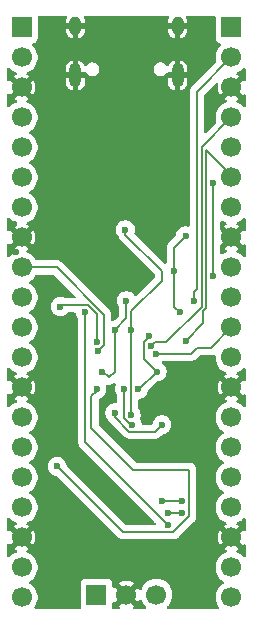
<source format=gbr>
%TF.GenerationSoftware,KiCad,Pcbnew,9.0.6*%
%TF.CreationDate,2025-11-29T15:25:02+01:00*%
%TF.ProjectId,rp2040-dev-board,72703230-3430-42d6-9465-762d626f6172,rev?*%
%TF.SameCoordinates,Original*%
%TF.FileFunction,Copper,L2,Bot*%
%TF.FilePolarity,Positive*%
%FSLAX46Y46*%
G04 Gerber Fmt 4.6, Leading zero omitted, Abs format (unit mm)*
G04 Created by KiCad (PCBNEW 9.0.6) date 2025-11-29 15:25:02*
%MOMM*%
%LPD*%
G01*
G04 APERTURE LIST*
%TA.AperFunction,HeatsinkPad*%
%ADD10O,1.000000X2.100000*%
%TD*%
%TA.AperFunction,HeatsinkPad*%
%ADD11O,1.000000X1.600000*%
%TD*%
%TA.AperFunction,ComponentPad*%
%ADD12R,1.700000X1.700000*%
%TD*%
%TA.AperFunction,ComponentPad*%
%ADD13C,1.700000*%
%TD*%
%TA.AperFunction,ViaPad*%
%ADD14C,0.600000*%
%TD*%
%TA.AperFunction,Conductor*%
%ADD15C,0.200000*%
%TD*%
G04 APERTURE END LIST*
D10*
%TO.P,J1,S1,SHIELD*%
%TO.N,GND*%
X135320000Y-66930000D03*
D11*
X135320000Y-62750000D03*
D10*
X126680000Y-66930000D03*
D11*
X126680000Y-62750000D03*
%TD*%
D12*
%TO.P,J4,1,Pin_1*%
%TO.N,SWD*%
X128460000Y-110890000D03*
D13*
%TO.P,J4,2,Pin_2*%
%TO.N,GND*%
X131000000Y-110890000D03*
%TO.P,J4,3,Pin_3*%
%TO.N,SWCLK*%
X133540000Y-110890000D03*
%TD*%
D12*
%TO.P,J2,1,Pin_1*%
%TO.N,GPIO0*%
X122120000Y-62870000D03*
D13*
%TO.P,J2,2,Pin_2*%
%TO.N,GPIO1*%
X122120000Y-65410000D03*
%TO.P,J2,3,Pin_3*%
%TO.N,GND*%
X122120000Y-67950000D03*
%TO.P,J2,4,Pin_4*%
%TO.N,GPIO2*%
X122120000Y-70490000D03*
%TO.P,J2,5,Pin_5*%
%TO.N,GPIO3*%
X122120000Y-73030000D03*
%TO.P,J2,6,Pin_6*%
%TO.N,GPIO4*%
X122120000Y-75570000D03*
%TO.P,J2,7,Pin_7*%
%TO.N,GPIO5*%
X122120000Y-78110000D03*
%TO.P,J2,8,Pin_8*%
%TO.N,GND*%
X122120000Y-80650000D03*
%TO.P,J2,9,Pin_9*%
%TO.N,GPIO6*%
X122120000Y-83190000D03*
%TO.P,J2,10,Pin_10*%
%TO.N,GPIO7*%
X122120000Y-85730000D03*
%TO.P,J2,11,Pin_11*%
%TO.N,GPIO8*%
X122120000Y-88270000D03*
%TO.P,J2,12,Pin_12*%
%TO.N,GPIO9*%
X122120000Y-90810000D03*
%TO.P,J2,13,Pin_13*%
%TO.N,GND*%
X122120000Y-93350000D03*
%TO.P,J2,14,Pin_14*%
%TO.N,GPIO10*%
X122120000Y-95890000D03*
%TO.P,J2,15,Pin_15*%
%TO.N,GPIO11*%
X122120000Y-98430000D03*
%TO.P,J2,16,Pin_16*%
%TO.N,GPIO12*%
X122120000Y-100970000D03*
%TO.P,J2,17,Pin_17*%
%TO.N,GPIO13*%
X122120000Y-103510000D03*
%TO.P,J2,18,Pin_18*%
%TO.N,GND*%
X122120000Y-106050000D03*
%TO.P,J2,19,Pin_19*%
%TO.N,GPIO14*%
X122120000Y-108590000D03*
%TO.P,J2,20,Pin_20*%
%TO.N,GPIO15*%
X122120000Y-111130000D03*
%TD*%
D12*
%TO.P,J3,1,Pin_1*%
%TO.N,VBUS*%
X139890000Y-62870000D03*
D13*
%TO.P,J3,2,Pin_2*%
%TO.N,GPIO29_ADC3*%
X139890000Y-65410000D03*
%TO.P,J3,3,Pin_3*%
%TO.N,GND*%
X139890000Y-67950000D03*
%TO.P,J3,4,Pin_4*%
%TO.N,GPIO28_ADC2*%
X139890000Y-70490000D03*
%TO.P,J3,5,Pin_5*%
%TO.N,+3V3*%
X139890000Y-73030000D03*
%TO.P,J3,6,Pin_6*%
%TO.N,GPIO27_ADC1*%
X139890000Y-75570000D03*
%TO.P,J3,7,Pin_7*%
%TO.N,GPIO26_ADC0*%
X139890000Y-78110000D03*
%TO.P,J3,8,Pin_8*%
%TO.N,GND*%
X139890000Y-80650000D03*
%TO.P,J3,9,Pin_9*%
%TO.N,GPIO24*%
X139890000Y-83190000D03*
%TO.P,J3,10,Pin_10*%
%TO.N,GPIO23*%
X139890000Y-85730000D03*
%TO.P,J3,11,Pin_11*%
%TO.N,RUN*%
X139890000Y-88270000D03*
%TO.P,J3,12,Pin_12*%
%TO.N,GPIO22*%
X139890000Y-90810000D03*
%TO.P,J3,13,Pin_13*%
%TO.N,GND*%
X139890000Y-93350000D03*
%TO.P,J3,14,Pin_14*%
%TO.N,GPIO21*%
X139890000Y-95890000D03*
%TO.P,J3,15,Pin_15*%
%TO.N,GPIO20*%
X139890000Y-98430000D03*
%TO.P,J3,16,Pin_16*%
%TO.N,GPIO19*%
X139890000Y-100970000D03*
%TO.P,J3,17,Pin_17*%
%TO.N,GPIO18*%
X139890000Y-103510000D03*
%TO.P,J3,18,Pin_18*%
%TO.N,GND*%
X139890000Y-106050000D03*
%TO.P,J3,19,Pin_19*%
%TO.N,GPIO17*%
X139890000Y-108590000D03*
%TO.P,J3,20,Pin_20*%
%TO.N,GPIO16*%
X139890000Y-111130000D03*
%TD*%
D14*
%TO.N,+3V3*%
X135000000Y-83500000D03*
X133600000Y-92000000D03*
X128899998Y-92000000D03*
X132000000Y-93500000D03*
X130000000Y-88500000D03*
X135500000Y-87000000D03*
X131000000Y-86000000D03*
X136000000Y-80500000D03*
X132906484Y-89004944D03*
%TO.N,GND*%
X123500000Y-84500000D03*
X127000000Y-108000000D03*
X137500000Y-62500000D03*
X128000000Y-77500000D03*
X128500000Y-73500000D03*
X127000000Y-104000000D03*
X121605057Y-81898982D03*
X129689899Y-93453590D03*
X129723528Y-81625000D03*
X121500000Y-79500000D03*
X128500000Y-102000000D03*
%TO.N,+1V1*%
X131400000Y-95706272D03*
X130910000Y-80000000D03*
X131400000Y-88500000D03*
%TO.N,XIN*%
X131500000Y-96500000D03*
X130800000Y-93450402D03*
%TO.N,GPIO14*%
X125120028Y-100020028D03*
X128500000Y-93500000D03*
%TO.N,GPIO2*%
X125400000Y-86500000D03*
X128500000Y-89500000D03*
%TO.N,GPIO15*%
X134000000Y-96500000D03*
X135721000Y-103000000D03*
X134000000Y-103000000D03*
X130000000Y-95500000D03*
%TO.N,GPIO6*%
X128553273Y-90298227D03*
%TO.N,RUN*%
X133501000Y-90500000D03*
%TO.N,GPIO28_ADC2*%
X133100002Y-89807756D03*
%TO.N,GPIO29_ADC3*%
X136755043Y-86000000D03*
%TO.N,GPIO26_ADC0*%
X138356043Y-83875430D03*
X138356043Y-76000000D03*
%TO.N,GPIO27_ADC1*%
X136000000Y-89400000D03*
%TO.N,SWCLK*%
X134500000Y-104000000D03*
X135721000Y-104000000D03*
%TO.N,QSPI_SS*%
X127500000Y-87000000D03*
X134500000Y-105000000D03*
%TD*%
D15*
%TO.N,+3V3*%
X135000000Y-86500000D02*
X135000000Y-83500000D01*
X132906484Y-89004944D02*
X132906484Y-89093516D01*
X133600000Y-92000000D02*
X132100000Y-93500000D01*
X132499002Y-90899002D02*
X133600000Y-92000000D01*
X135000000Y-81500000D02*
X135000000Y-83500000D01*
X132100000Y-93500000D02*
X132000000Y-93500000D01*
X130000000Y-88500000D02*
X130000000Y-92000000D01*
X129000000Y-92000000D02*
X129500000Y-92500000D01*
X128899998Y-92000000D02*
X129000000Y-92000000D01*
X136000000Y-80500000D02*
X135000000Y-81500000D01*
X131000000Y-87500000D02*
X130000000Y-88500000D01*
X132499002Y-89500998D02*
X132499002Y-90899002D01*
X130000000Y-92000000D02*
X129500000Y-92500000D01*
X135500000Y-87000000D02*
X135000000Y-86500000D01*
X131000000Y-86000000D02*
X131000000Y-87500000D01*
X132906484Y-89093516D02*
X132499002Y-89500998D01*
%TO.N,+1V1*%
X131400000Y-88500000D02*
X131500000Y-88500000D01*
X131400000Y-86900000D02*
X134000000Y-84300000D01*
X131400000Y-88500000D02*
X131400000Y-86900000D01*
X131400000Y-88500000D02*
X131400000Y-95706272D01*
X134000000Y-84300000D02*
X134000000Y-83500000D01*
X130910000Y-80410000D02*
X130910000Y-80000000D01*
X134000000Y-83500000D02*
X130910000Y-80410000D01*
%TO.N,XIN*%
X130800000Y-95956215D02*
X131343785Y-96500000D01*
X131343785Y-96500000D02*
X131500000Y-96500000D01*
X130800000Y-93683038D02*
X130800000Y-95956215D01*
X131510404Y-96510404D02*
X131500000Y-96500000D01*
%TO.N,GPIO14*%
X128030066Y-94109674D02*
X128030066Y-96759347D01*
X134969943Y-105601000D02*
X130701000Y-105601000D01*
X128500000Y-93639740D02*
X128030066Y-94109674D01*
X128500000Y-93500000D02*
X128500000Y-93639740D01*
X130701000Y-105601000D02*
X125120028Y-100020028D01*
X136322000Y-100322000D02*
X136322000Y-104248943D01*
X128030066Y-96759347D02*
X131592719Y-100322000D01*
X136322000Y-104248943D02*
X134969943Y-105601000D01*
X131592719Y-100322000D02*
X136322000Y-100322000D01*
%TO.N,GPIO2*%
X125501000Y-86399000D02*
X125400000Y-86500000D01*
X128500000Y-89500000D02*
X128500000Y-87150057D01*
X128500000Y-87150057D02*
X127748943Y-86399000D01*
X127748943Y-86399000D02*
X125501000Y-86399000D01*
%TO.N,GPIO15*%
X131251057Y-97101000D02*
X130000000Y-95849943D01*
X130000000Y-95849943D02*
X130000000Y-95500000D01*
X134000000Y-96500000D02*
X133399000Y-97101000D01*
X133399000Y-97101000D02*
X131251057Y-97101000D01*
X134000000Y-103000000D02*
X135721000Y-103000000D01*
%TO.N,GPIO6*%
X125107043Y-83190000D02*
X122110000Y-83190000D01*
X129101000Y-87183957D02*
X125107043Y-83190000D01*
X128553273Y-90298227D02*
X129101000Y-89750500D01*
X129101000Y-89750500D02*
X129101000Y-87183957D01*
%TO.N,RUN*%
X133501000Y-90500000D02*
X136500000Y-90500000D01*
X138160000Y-90000000D02*
X139890000Y-88270000D01*
X136500000Y-90500000D02*
X137000000Y-90000000D01*
X137000000Y-90000000D02*
X138160000Y-90000000D01*
%TO.N,GPIO28_ADC2*%
X137355043Y-73024957D02*
X139890000Y-70490000D01*
X133100002Y-89807756D02*
X133407758Y-89500000D01*
X134349943Y-89500000D02*
X137355043Y-86494900D01*
X133407758Y-89500000D02*
X134349943Y-89500000D01*
X137355043Y-86494900D02*
X137355043Y-73024957D01*
%TO.N,GPIO29_ADC3*%
X136755043Y-86000000D02*
X136755043Y-85245957D01*
X136755043Y-85245957D02*
X136954043Y-85046957D01*
X136954043Y-85046957D02*
X136954043Y-68345957D01*
X136954043Y-68345957D02*
X139890000Y-65410000D01*
%TO.N,GPIO26_ADC0*%
X138356043Y-76000000D02*
X138356043Y-83875430D01*
%TO.N,GPIO27_ADC1*%
X137500000Y-87900000D02*
X137500000Y-86917043D01*
X136000000Y-89400000D02*
X137500000Y-87900000D01*
X137756043Y-73256043D02*
X139890000Y-75390000D01*
X139890000Y-75390000D02*
X139890000Y-75570000D01*
X137756043Y-86661000D02*
X137756043Y-73256043D01*
X137500000Y-86917043D02*
X137756043Y-86661000D01*
%TO.N,SWCLK*%
X135721000Y-104000000D02*
X134500000Y-104000000D01*
%TO.N,QSPI_SS*%
X127500000Y-98000000D02*
X127500000Y-87000000D01*
X134500000Y-105000000D02*
X127500000Y-98000000D01*
%TD*%
%TA.AperFunction,Conductor*%
%TO.N,GND*%
G36*
X124873985Y-83810185D02*
G01*
X124894627Y-83826819D01*
X126654627Y-85586819D01*
X126688112Y-85648142D01*
X126683128Y-85717834D01*
X126641256Y-85773767D01*
X126575792Y-85798184D01*
X126566946Y-85798500D01*
X125822902Y-85798500D01*
X125775450Y-85789061D01*
X125633501Y-85730264D01*
X125633489Y-85730261D01*
X125478845Y-85699500D01*
X125478842Y-85699500D01*
X125321158Y-85699500D01*
X125321155Y-85699500D01*
X125166510Y-85730261D01*
X125166498Y-85730264D01*
X125020827Y-85790602D01*
X125020814Y-85790609D01*
X124889711Y-85878210D01*
X124889707Y-85878213D01*
X124778213Y-85989707D01*
X124778210Y-85989711D01*
X124690609Y-86120814D01*
X124690602Y-86120827D01*
X124630264Y-86266498D01*
X124630261Y-86266510D01*
X124599500Y-86421153D01*
X124599500Y-86578846D01*
X124630261Y-86733489D01*
X124630264Y-86733501D01*
X124690602Y-86879172D01*
X124690609Y-86879185D01*
X124778210Y-87010288D01*
X124778213Y-87010292D01*
X124889707Y-87121786D01*
X124889711Y-87121789D01*
X125020814Y-87209390D01*
X125020827Y-87209397D01*
X125159753Y-87266941D01*
X125166503Y-87269737D01*
X125321153Y-87300499D01*
X125321156Y-87300500D01*
X125321158Y-87300500D01*
X125478844Y-87300500D01*
X125478845Y-87300499D01*
X125633497Y-87269737D01*
X125779179Y-87209394D01*
X125910289Y-87121789D01*
X125953236Y-87078842D01*
X125996260Y-87035819D01*
X126057583Y-87002334D01*
X126083941Y-86999500D01*
X126581954Y-86999500D01*
X126648993Y-87019185D01*
X126694748Y-87071989D01*
X126703571Y-87099309D01*
X126730261Y-87233489D01*
X126730264Y-87233501D01*
X126790602Y-87379172D01*
X126790609Y-87379185D01*
X126878602Y-87510874D01*
X126899480Y-87577551D01*
X126899500Y-87579765D01*
X126899500Y-97913330D01*
X126899499Y-97913348D01*
X126899499Y-98079054D01*
X126899498Y-98079054D01*
X126940423Y-98231785D01*
X126969358Y-98281900D01*
X126969359Y-98281904D01*
X126969360Y-98281904D01*
X127019479Y-98368714D01*
X127019481Y-98368717D01*
X127138349Y-98487585D01*
X127138355Y-98487590D01*
X133439584Y-104788819D01*
X133473069Y-104850142D01*
X133468085Y-104919834D01*
X133426213Y-104975767D01*
X133360749Y-105000184D01*
X133351903Y-105000500D01*
X131001097Y-105000500D01*
X130934058Y-104980815D01*
X130913416Y-104964181D01*
X125954602Y-100005367D01*
X125921117Y-99944044D01*
X125920666Y-99941877D01*
X125894530Y-99810486D01*
X125889765Y-99786531D01*
X125879816Y-99762512D01*
X125829425Y-99640855D01*
X125829418Y-99640842D01*
X125741817Y-99509739D01*
X125741814Y-99509735D01*
X125630320Y-99398241D01*
X125630316Y-99398238D01*
X125499213Y-99310637D01*
X125499200Y-99310630D01*
X125353529Y-99250292D01*
X125353517Y-99250289D01*
X125198873Y-99219528D01*
X125198870Y-99219528D01*
X125041186Y-99219528D01*
X125041183Y-99219528D01*
X124886538Y-99250289D01*
X124886526Y-99250292D01*
X124740855Y-99310630D01*
X124740842Y-99310637D01*
X124609739Y-99398238D01*
X124609735Y-99398241D01*
X124498241Y-99509735D01*
X124498238Y-99509739D01*
X124410637Y-99640842D01*
X124410630Y-99640855D01*
X124350292Y-99786526D01*
X124350289Y-99786538D01*
X124319528Y-99941181D01*
X124319528Y-100098874D01*
X124350289Y-100253517D01*
X124350292Y-100253529D01*
X124410630Y-100399200D01*
X124410637Y-100399213D01*
X124498238Y-100530316D01*
X124498241Y-100530320D01*
X124609735Y-100641814D01*
X124609739Y-100641817D01*
X124740842Y-100729418D01*
X124740855Y-100729425D01*
X124886526Y-100789763D01*
X124886531Y-100789765D01*
X124950654Y-100802520D01*
X125041877Y-100820666D01*
X125103788Y-100853051D01*
X125105367Y-100854602D01*
X130216139Y-105965374D01*
X130216149Y-105965385D01*
X130220479Y-105969715D01*
X130220480Y-105969716D01*
X130332284Y-106081520D01*
X130419095Y-106131639D01*
X130419097Y-106131641D01*
X130469213Y-106160576D01*
X130469215Y-106160577D01*
X130621942Y-106201500D01*
X130621943Y-106201500D01*
X134883274Y-106201500D01*
X134883290Y-106201501D01*
X134890886Y-106201501D01*
X135048997Y-106201501D01*
X135049000Y-106201501D01*
X135201728Y-106160577D01*
X135251847Y-106131639D01*
X135338659Y-106081520D01*
X135450463Y-105969716D01*
X135450463Y-105969714D01*
X135460671Y-105959507D01*
X135460673Y-105959504D01*
X136680506Y-104739671D01*
X136680511Y-104739667D01*
X136690714Y-104729463D01*
X136690716Y-104729463D01*
X136802520Y-104617659D01*
X136881577Y-104480727D01*
X136922500Y-104328000D01*
X136922500Y-100242943D01*
X136881577Y-100090216D01*
X136832590Y-100005367D01*
X136802524Y-99953290D01*
X136802518Y-99953282D01*
X136690717Y-99841481D01*
X136690709Y-99841475D01*
X136553790Y-99762426D01*
X136553786Y-99762424D01*
X136553784Y-99762423D01*
X136401057Y-99721500D01*
X136401056Y-99721500D01*
X131892816Y-99721500D01*
X131825777Y-99701815D01*
X131805135Y-99685181D01*
X128666885Y-96546931D01*
X128633400Y-96485608D01*
X128630566Y-96459250D01*
X128630566Y-94409771D01*
X128639210Y-94380330D01*
X128645733Y-94350346D01*
X128649488Y-94345329D01*
X128650251Y-94342732D01*
X128666883Y-94322092D01*
X128691712Y-94297262D01*
X128731943Y-94270379D01*
X128733489Y-94269738D01*
X128733497Y-94269737D01*
X128879179Y-94209394D01*
X129010289Y-94121789D01*
X129121789Y-94010289D01*
X129209394Y-93879179D01*
X129269737Y-93733497D01*
X129300500Y-93578842D01*
X129300500Y-93421158D01*
X129300500Y-93421155D01*
X129300499Y-93421153D01*
X129269738Y-93266510D01*
X129269737Y-93266503D01*
X129269732Y-93266492D01*
X129267969Y-93260676D01*
X129269076Y-93260339D01*
X129262269Y-93197045D01*
X129293541Y-93134564D01*
X129353629Y-93098909D01*
X129416393Y-93099281D01*
X129420943Y-93100501D01*
X129420946Y-93100501D01*
X129579056Y-93100501D01*
X129579057Y-93100501D01*
X129579058Y-93100501D01*
X129731785Y-93059577D01*
X129868716Y-92980520D01*
X129870837Y-92978398D01*
X129873069Y-92977179D01*
X129875166Y-92975571D01*
X129875416Y-92975897D01*
X129932154Y-92944912D01*
X130001846Y-92949892D01*
X130057782Y-92991760D01*
X130082203Y-93057223D01*
X130073082Y-93113528D01*
X130030263Y-93216905D01*
X130030261Y-93216912D01*
X129999500Y-93371555D01*
X129999500Y-93529248D01*
X130030261Y-93683891D01*
X130030264Y-93683903D01*
X130090602Y-93829574D01*
X130090609Y-93829587D01*
X130178602Y-93961276D01*
X130199480Y-94027953D01*
X130199500Y-94030167D01*
X130199500Y-94575500D01*
X130179815Y-94642539D01*
X130127011Y-94688294D01*
X130075500Y-94699500D01*
X129921155Y-94699500D01*
X129766510Y-94730261D01*
X129766498Y-94730264D01*
X129620827Y-94790602D01*
X129620814Y-94790609D01*
X129489711Y-94878210D01*
X129489707Y-94878213D01*
X129378213Y-94989707D01*
X129378210Y-94989711D01*
X129290609Y-95120814D01*
X129290602Y-95120827D01*
X129230264Y-95266498D01*
X129230261Y-95266510D01*
X129199500Y-95421153D01*
X129199500Y-95578846D01*
X129230261Y-95733489D01*
X129230264Y-95733501D01*
X129290602Y-95879172D01*
X129290609Y-95879185D01*
X129378210Y-96010288D01*
X129378213Y-96010292D01*
X129416456Y-96048534D01*
X129436232Y-96074336D01*
X129440365Y-96081514D01*
X129440423Y-96081728D01*
X129465696Y-96125501D01*
X129512309Y-96206239D01*
X129519479Y-96218657D01*
X129519481Y-96218660D01*
X129638349Y-96337528D01*
X129638354Y-96337532D01*
X130882341Y-97581520D01*
X130882343Y-97581521D01*
X130882347Y-97581524D01*
X131019266Y-97660573D01*
X131019269Y-97660575D01*
X131019273Y-97660577D01*
X131172000Y-97701501D01*
X131172002Y-97701501D01*
X131337711Y-97701501D01*
X131337727Y-97701500D01*
X133312331Y-97701500D01*
X133312347Y-97701501D01*
X133319943Y-97701501D01*
X133478054Y-97701501D01*
X133478057Y-97701501D01*
X133630785Y-97660577D01*
X133644530Y-97652640D01*
X133681498Y-97631298D01*
X133681509Y-97631290D01*
X133681521Y-97631284D01*
X133767716Y-97581520D01*
X133879520Y-97469716D01*
X133879520Y-97469714D01*
X133889720Y-97459515D01*
X133889723Y-97459510D01*
X134014663Y-97334570D01*
X134075983Y-97301089D01*
X134078150Y-97300638D01*
X134136085Y-97289113D01*
X134233497Y-97269737D01*
X134379179Y-97209394D01*
X134510289Y-97121789D01*
X134621789Y-97010289D01*
X134709394Y-96879179D01*
X134769737Y-96733497D01*
X134800500Y-96578842D01*
X134800500Y-96421158D01*
X134800500Y-96421155D01*
X134800499Y-96421153D01*
X134783865Y-96337528D01*
X134769737Y-96266503D01*
X134711333Y-96125501D01*
X134709397Y-96120827D01*
X134709390Y-96120814D01*
X134621789Y-95989711D01*
X134621786Y-95989707D01*
X134510292Y-95878213D01*
X134510288Y-95878210D01*
X134379185Y-95790609D01*
X134379172Y-95790602D01*
X134233501Y-95730264D01*
X134233489Y-95730261D01*
X134078845Y-95699500D01*
X134078842Y-95699500D01*
X133921158Y-95699500D01*
X133921155Y-95699500D01*
X133766510Y-95730261D01*
X133766498Y-95730264D01*
X133620827Y-95790602D01*
X133620814Y-95790609D01*
X133489711Y-95878210D01*
X133489707Y-95878213D01*
X133378213Y-95989707D01*
X133378210Y-95989711D01*
X133290609Y-96120814D01*
X133290602Y-96120827D01*
X133230264Y-96266498D01*
X133230261Y-96266510D01*
X133203571Y-96400691D01*
X133171186Y-96462602D01*
X133110471Y-96497176D01*
X133081954Y-96500500D01*
X132418046Y-96500500D01*
X132351007Y-96480815D01*
X132305252Y-96428011D01*
X132296429Y-96400691D01*
X132282460Y-96330464D01*
X132269737Y-96266503D01*
X132211333Y-96125501D01*
X132209395Y-96120823D01*
X132209389Y-96120814D01*
X132175439Y-96070004D01*
X132154562Y-96003329D01*
X132163981Y-95953663D01*
X132169737Y-95939769D01*
X132200500Y-95785114D01*
X132200500Y-95627430D01*
X132200500Y-95627427D01*
X132200499Y-95627425D01*
X132169738Y-95472782D01*
X132169737Y-95472775D01*
X132148355Y-95421153D01*
X132109397Y-95327099D01*
X132109390Y-95327086D01*
X132021398Y-95195397D01*
X132000520Y-95128719D01*
X132000500Y-95126506D01*
X132000500Y-94417847D01*
X132020185Y-94350808D01*
X132072989Y-94305053D01*
X132100309Y-94296230D01*
X132116291Y-94293050D01*
X132233497Y-94269737D01*
X132379179Y-94209394D01*
X132510289Y-94121789D01*
X132621789Y-94010289D01*
X132709394Y-93879179D01*
X132769737Y-93733497D01*
X132775807Y-93702979D01*
X132808191Y-93641070D01*
X132809743Y-93639491D01*
X133189741Y-93259493D01*
X133614662Y-92834572D01*
X133675983Y-92801089D01*
X133678150Y-92800638D01*
X133736085Y-92789113D01*
X133833497Y-92769737D01*
X133979179Y-92709394D01*
X134110289Y-92621789D01*
X134221789Y-92510289D01*
X134309394Y-92379179D01*
X134369737Y-92233497D01*
X134400500Y-92078842D01*
X134400500Y-91921158D01*
X134400500Y-91921155D01*
X134400499Y-91921153D01*
X134369738Y-91766510D01*
X134369737Y-91766503D01*
X134337960Y-91689786D01*
X134309397Y-91620827D01*
X134309390Y-91620814D01*
X134221789Y-91489711D01*
X134221786Y-91489707D01*
X134110292Y-91378213D01*
X134110288Y-91378210D01*
X134034548Y-91327602D01*
X133989743Y-91273990D01*
X133981036Y-91204665D01*
X134011190Y-91141637D01*
X134070634Y-91104918D01*
X134103439Y-91100500D01*
X136413331Y-91100500D01*
X136413347Y-91100501D01*
X136420943Y-91100501D01*
X136579054Y-91100501D01*
X136579057Y-91100501D01*
X136731785Y-91059577D01*
X136781904Y-91030639D01*
X136868716Y-90980520D01*
X136980520Y-90868716D01*
X136980521Y-90868714D01*
X137212418Y-90636816D01*
X137273740Y-90603334D01*
X137300098Y-90600500D01*
X138073331Y-90600500D01*
X138073347Y-90600501D01*
X138080943Y-90600501D01*
X138239053Y-90600501D01*
X138239057Y-90600501D01*
X138385455Y-90561273D01*
X138455299Y-90562936D01*
X138513162Y-90602098D01*
X138540667Y-90666326D01*
X138540019Y-90700437D01*
X138539500Y-90703715D01*
X138539500Y-90916286D01*
X138572048Y-91121789D01*
X138572754Y-91126243D01*
X138622344Y-91278866D01*
X138638444Y-91328414D01*
X138734951Y-91517820D01*
X138859890Y-91689786D01*
X139010213Y-91840109D01*
X139182179Y-91965048D01*
X139182181Y-91965049D01*
X139182184Y-91965051D01*
X139371588Y-92061557D01*
X139400753Y-92071033D01*
X139458426Y-92110468D01*
X139485625Y-92174826D01*
X139473712Y-92243673D01*
X139426469Y-92295149D01*
X139418730Y-92299447D01*
X139287269Y-92366431D01*
X139271466Y-92377912D01*
X139271466Y-92377913D01*
X139760591Y-92867037D01*
X139697007Y-92884075D01*
X139582993Y-92949901D01*
X139489901Y-93042993D01*
X139424075Y-93157007D01*
X139407037Y-93220590D01*
X138917912Y-92731466D01*
X138906432Y-92747269D01*
X138824254Y-92908547D01*
X138824251Y-92908555D01*
X138768317Y-93080706D01*
X138740000Y-93259493D01*
X138740000Y-93440506D01*
X138768317Y-93619293D01*
X138824251Y-93791444D01*
X138824252Y-93791447D01*
X138906431Y-93952730D01*
X138917913Y-93968532D01*
X138917913Y-93968533D01*
X139407037Y-93479409D01*
X139424075Y-93542993D01*
X139489901Y-93657007D01*
X139582993Y-93750099D01*
X139697007Y-93815925D01*
X139760590Y-93832962D01*
X139271466Y-94322085D01*
X139271466Y-94322086D01*
X139287267Y-94333566D01*
X139287275Y-94333571D01*
X139418729Y-94400551D01*
X139469525Y-94448526D01*
X139486320Y-94516347D01*
X139463782Y-94582482D01*
X139409067Y-94625933D01*
X139400761Y-94628964D01*
X139390716Y-94632227D01*
X139371583Y-94638444D01*
X139182179Y-94734951D01*
X139010213Y-94859890D01*
X138859890Y-95010213D01*
X138734951Y-95182179D01*
X138638444Y-95371585D01*
X138572753Y-95573760D01*
X138539500Y-95783713D01*
X138539500Y-95996286D01*
X138559965Y-96125501D01*
X138572754Y-96206243D01*
X138635934Y-96400691D01*
X138638444Y-96408414D01*
X138734951Y-96597820D01*
X138859890Y-96769786D01*
X139010213Y-96920109D01*
X139182182Y-97045050D01*
X139190946Y-97049516D01*
X139241742Y-97097491D01*
X139258536Y-97165312D01*
X139235998Y-97231447D01*
X139190946Y-97270484D01*
X139182182Y-97274949D01*
X139010213Y-97399890D01*
X138859890Y-97550213D01*
X138734951Y-97722179D01*
X138638444Y-97911585D01*
X138572753Y-98113760D01*
X138539500Y-98323713D01*
X138539500Y-98536286D01*
X138572753Y-98746239D01*
X138638444Y-98948414D01*
X138734951Y-99137820D01*
X138859890Y-99309786D01*
X139010213Y-99460109D01*
X139182182Y-99585050D01*
X139190946Y-99589516D01*
X139241742Y-99637491D01*
X139258536Y-99705312D01*
X139235998Y-99771447D01*
X139190946Y-99810484D01*
X139182182Y-99814949D01*
X139010213Y-99939890D01*
X138859890Y-100090213D01*
X138734951Y-100262179D01*
X138638444Y-100451585D01*
X138572753Y-100653760D01*
X138539500Y-100863713D01*
X138539500Y-101076286D01*
X138572753Y-101286239D01*
X138638444Y-101488414D01*
X138734951Y-101677820D01*
X138859890Y-101849786D01*
X139010213Y-102000109D01*
X139182182Y-102125050D01*
X139190946Y-102129516D01*
X139241742Y-102177491D01*
X139258536Y-102245312D01*
X139235998Y-102311447D01*
X139190946Y-102350484D01*
X139182182Y-102354949D01*
X139010213Y-102479890D01*
X138859890Y-102630213D01*
X138734951Y-102802179D01*
X138638444Y-102991585D01*
X138572753Y-103193760D01*
X138539500Y-103403713D01*
X138539500Y-103616286D01*
X138572753Y-103826239D01*
X138638444Y-104028414D01*
X138734951Y-104217820D01*
X138859890Y-104389786D01*
X139010213Y-104540109D01*
X139182179Y-104665048D01*
X139182181Y-104665049D01*
X139182184Y-104665051D01*
X139371588Y-104761557D01*
X139400753Y-104771033D01*
X139458426Y-104810468D01*
X139485625Y-104874826D01*
X139473712Y-104943673D01*
X139426469Y-104995149D01*
X139418730Y-104999447D01*
X139287269Y-105066431D01*
X139271466Y-105077912D01*
X139271466Y-105077913D01*
X139760591Y-105567037D01*
X139697007Y-105584075D01*
X139582993Y-105649901D01*
X139489901Y-105742993D01*
X139424075Y-105857007D01*
X139407037Y-105920590D01*
X138917912Y-105431466D01*
X138906432Y-105447269D01*
X138824254Y-105608547D01*
X138824251Y-105608555D01*
X138768317Y-105780706D01*
X138740000Y-105959493D01*
X138740000Y-106140506D01*
X138768317Y-106319293D01*
X138824251Y-106491444D01*
X138824252Y-106491447D01*
X138906431Y-106652730D01*
X138917913Y-106668532D01*
X138917913Y-106668533D01*
X139407037Y-106179409D01*
X139424075Y-106242993D01*
X139489901Y-106357007D01*
X139582993Y-106450099D01*
X139697007Y-106515925D01*
X139760590Y-106532962D01*
X139271466Y-107022085D01*
X139271466Y-107022086D01*
X139287267Y-107033566D01*
X139287275Y-107033571D01*
X139418729Y-107100551D01*
X139469525Y-107148526D01*
X139486320Y-107216347D01*
X139463782Y-107282482D01*
X139409067Y-107325933D01*
X139400761Y-107328964D01*
X139390716Y-107332227D01*
X139371583Y-107338444D01*
X139182179Y-107434951D01*
X139010213Y-107559890D01*
X138859890Y-107710213D01*
X138734951Y-107882179D01*
X138638444Y-108071585D01*
X138572753Y-108273760D01*
X138539500Y-108483713D01*
X138539500Y-108696286D01*
X138572753Y-108906239D01*
X138638444Y-109108414D01*
X138734951Y-109297820D01*
X138859890Y-109469786D01*
X139010213Y-109620109D01*
X139182182Y-109745050D01*
X139190946Y-109749516D01*
X139241742Y-109797491D01*
X139258536Y-109865312D01*
X139235998Y-109931447D01*
X139190946Y-109970484D01*
X139182182Y-109974949D01*
X139010213Y-110099890D01*
X138859890Y-110250213D01*
X138734951Y-110422179D01*
X138638444Y-110611585D01*
X138572753Y-110813760D01*
X138539500Y-111023713D01*
X138539500Y-111236286D01*
X138559295Y-111361270D01*
X138572754Y-111446243D01*
X138622003Y-111597816D01*
X138638444Y-111648414D01*
X138734951Y-111837820D01*
X138782027Y-111902615D01*
X138805507Y-111968422D01*
X138789681Y-112036475D01*
X138739575Y-112085170D01*
X138681709Y-112099500D01*
X134539758Y-112099500D01*
X134472719Y-112079815D01*
X134426964Y-112027011D01*
X134417020Y-111957853D01*
X134446045Y-111894297D01*
X134452077Y-111887819D01*
X134502080Y-111837816D01*
X134570104Y-111769792D01*
X134570106Y-111769788D01*
X134570109Y-111769786D01*
X134695048Y-111597820D01*
X134695047Y-111597820D01*
X134695051Y-111597816D01*
X134791557Y-111408412D01*
X134857246Y-111206243D01*
X134890500Y-110996287D01*
X134890500Y-110783713D01*
X134857246Y-110573757D01*
X134791557Y-110371588D01*
X134695051Y-110182184D01*
X134695049Y-110182181D01*
X134695048Y-110182179D01*
X134570109Y-110010213D01*
X134419786Y-109859890D01*
X134247820Y-109734951D01*
X134058414Y-109638444D01*
X134058413Y-109638443D01*
X134058412Y-109638443D01*
X133856243Y-109572754D01*
X133856241Y-109572753D01*
X133856240Y-109572753D01*
X133694957Y-109547208D01*
X133646287Y-109539500D01*
X133433713Y-109539500D01*
X133385042Y-109547208D01*
X133223760Y-109572753D01*
X133021585Y-109638444D01*
X132832179Y-109734951D01*
X132660213Y-109859890D01*
X132509890Y-110010213D01*
X132384951Y-110182179D01*
X132288444Y-110371583D01*
X132278967Y-110400753D01*
X132239529Y-110458428D01*
X132175170Y-110485626D01*
X132106323Y-110473711D01*
X132054848Y-110426466D01*
X132050551Y-110418729D01*
X131983571Y-110287275D01*
X131983566Y-110287267D01*
X131972085Y-110271466D01*
X131482962Y-110760589D01*
X131465925Y-110697007D01*
X131400099Y-110582993D01*
X131307007Y-110489901D01*
X131192993Y-110424075D01*
X131129409Y-110407037D01*
X131618533Y-109917913D01*
X131602730Y-109906431D01*
X131441447Y-109824252D01*
X131441444Y-109824251D01*
X131269293Y-109768317D01*
X131090506Y-109740000D01*
X130909494Y-109740000D01*
X130730706Y-109768317D01*
X130558555Y-109824251D01*
X130558547Y-109824254D01*
X130397269Y-109906432D01*
X130381466Y-109917912D01*
X130381466Y-109917913D01*
X130870591Y-110407037D01*
X130807007Y-110424075D01*
X130692993Y-110489901D01*
X130599901Y-110582993D01*
X130534075Y-110697007D01*
X130517037Y-110760590D01*
X130027913Y-110271466D01*
X130021875Y-110271941D01*
X130010304Y-110280864D01*
X129987108Y-110301364D01*
X129982878Y-110302014D01*
X129979490Y-110304627D01*
X129948646Y-110307277D01*
X129918049Y-110311981D01*
X129914140Y-110310241D01*
X129909877Y-110310608D01*
X129882498Y-110296162D01*
X129854214Y-110283577D01*
X129851865Y-110279999D01*
X129848081Y-110278003D01*
X129832856Y-110251046D01*
X129815868Y-110225170D01*
X129815018Y-110219462D01*
X129813722Y-110217166D01*
X129810505Y-110190286D01*
X129810499Y-110189682D01*
X129810499Y-109992128D01*
X129804091Y-109932517D01*
X129800359Y-109922512D01*
X129753797Y-109797671D01*
X129753793Y-109797664D01*
X129667547Y-109682455D01*
X129667544Y-109682452D01*
X129552335Y-109596206D01*
X129552328Y-109596202D01*
X129417482Y-109545908D01*
X129417483Y-109545908D01*
X129357883Y-109539501D01*
X129357881Y-109539500D01*
X129357873Y-109539500D01*
X129357864Y-109539500D01*
X127562129Y-109539500D01*
X127562123Y-109539501D01*
X127502516Y-109545908D01*
X127367671Y-109596202D01*
X127367664Y-109596206D01*
X127252455Y-109682452D01*
X127252452Y-109682455D01*
X127166206Y-109797664D01*
X127166202Y-109797671D01*
X127115908Y-109932517D01*
X127109501Y-109992116D01*
X127109500Y-109992135D01*
X127109500Y-111787870D01*
X127109501Y-111787876D01*
X127115908Y-111847483D01*
X127147494Y-111932167D01*
X127152478Y-112001858D01*
X127118993Y-112063182D01*
X127057670Y-112096666D01*
X127031312Y-112099500D01*
X123328291Y-112099500D01*
X123261252Y-112079815D01*
X123215497Y-112027011D01*
X123205553Y-111957853D01*
X123227973Y-111902615D01*
X123275048Y-111837820D01*
X123275047Y-111837820D01*
X123275051Y-111837816D01*
X123371557Y-111648412D01*
X123437246Y-111446243D01*
X123470500Y-111236287D01*
X123470500Y-111023713D01*
X123437246Y-110813757D01*
X123371557Y-110611588D01*
X123275051Y-110422184D01*
X123275049Y-110422181D01*
X123275048Y-110422179D01*
X123150109Y-110250213D01*
X122999786Y-110099890D01*
X122827820Y-109974951D01*
X122822858Y-109972423D01*
X122819054Y-109970485D01*
X122768259Y-109922512D01*
X122751463Y-109854692D01*
X122773999Y-109788556D01*
X122819054Y-109749515D01*
X122827816Y-109745051D01*
X122913977Y-109682452D01*
X122999786Y-109620109D01*
X122999788Y-109620106D01*
X122999792Y-109620104D01*
X123150104Y-109469792D01*
X123150106Y-109469788D01*
X123150109Y-109469786D01*
X123275048Y-109297820D01*
X123275047Y-109297820D01*
X123275051Y-109297816D01*
X123371557Y-109108412D01*
X123437246Y-108906243D01*
X123470500Y-108696287D01*
X123470500Y-108483713D01*
X123437246Y-108273757D01*
X123371557Y-108071588D01*
X123275051Y-107882184D01*
X123275049Y-107882181D01*
X123275048Y-107882179D01*
X123150109Y-107710213D01*
X122999786Y-107559890D01*
X122827820Y-107434951D01*
X122638414Y-107338444D01*
X122638413Y-107338443D01*
X122638412Y-107338443D01*
X122609246Y-107328966D01*
X122551571Y-107289529D01*
X122524373Y-107225171D01*
X122536288Y-107156324D01*
X122583532Y-107104849D01*
X122591270Y-107100551D01*
X122722732Y-107033566D01*
X122738532Y-107022085D01*
X122738533Y-107022085D01*
X122249410Y-106532962D01*
X122312993Y-106515925D01*
X122427007Y-106450099D01*
X122520099Y-106357007D01*
X122585925Y-106242993D01*
X122602962Y-106179410D01*
X123092085Y-106668533D01*
X123092085Y-106668532D01*
X123103568Y-106652730D01*
X123185745Y-106491452D01*
X123185748Y-106491444D01*
X123241682Y-106319293D01*
X123270000Y-106140506D01*
X123270000Y-105959493D01*
X123241682Y-105780706D01*
X123185748Y-105608555D01*
X123185747Y-105608552D01*
X123103571Y-105447275D01*
X123103566Y-105447267D01*
X123092085Y-105431466D01*
X122602962Y-105920589D01*
X122585925Y-105857007D01*
X122520099Y-105742993D01*
X122427007Y-105649901D01*
X122312993Y-105584075D01*
X122249409Y-105567037D01*
X122738533Y-105077913D01*
X122722727Y-105066429D01*
X122591269Y-104999447D01*
X122540474Y-104951473D01*
X122523679Y-104883651D01*
X122546217Y-104817517D01*
X122600932Y-104774066D01*
X122609216Y-104771043D01*
X122638412Y-104761557D01*
X122827816Y-104665051D01*
X122893056Y-104617652D01*
X122999786Y-104540109D01*
X122999788Y-104540106D01*
X122999792Y-104540104D01*
X123150104Y-104389792D01*
X123150106Y-104389788D01*
X123150109Y-104389786D01*
X123275048Y-104217820D01*
X123275047Y-104217820D01*
X123275051Y-104217816D01*
X123371557Y-104028412D01*
X123437246Y-103826243D01*
X123470500Y-103616287D01*
X123470500Y-103403713D01*
X123437246Y-103193757D01*
X123371557Y-102991588D01*
X123275051Y-102802184D01*
X123275049Y-102802181D01*
X123275048Y-102802179D01*
X123150109Y-102630213D01*
X122999786Y-102479890D01*
X122827820Y-102354951D01*
X122827115Y-102354591D01*
X122819054Y-102350485D01*
X122768259Y-102302512D01*
X122751463Y-102234692D01*
X122773999Y-102168556D01*
X122819054Y-102129515D01*
X122827816Y-102125051D01*
X122887136Y-102081953D01*
X122999786Y-102000109D01*
X122999788Y-102000106D01*
X122999792Y-102000104D01*
X123150104Y-101849792D01*
X123150106Y-101849788D01*
X123150109Y-101849786D01*
X123275048Y-101677820D01*
X123275047Y-101677820D01*
X123275051Y-101677816D01*
X123371557Y-101488412D01*
X123437246Y-101286243D01*
X123470500Y-101076287D01*
X123470500Y-100863713D01*
X123437246Y-100653757D01*
X123371557Y-100451588D01*
X123275051Y-100262184D01*
X123275049Y-100262181D01*
X123275048Y-100262179D01*
X123150109Y-100090213D01*
X122999786Y-99939890D01*
X122827820Y-99814951D01*
X122827115Y-99814591D01*
X122819054Y-99810485D01*
X122768259Y-99762512D01*
X122751463Y-99694692D01*
X122773999Y-99628556D01*
X122819054Y-99589515D01*
X122827816Y-99585051D01*
X122931475Y-99509739D01*
X122999786Y-99460109D01*
X122999788Y-99460106D01*
X122999792Y-99460104D01*
X123150104Y-99309792D01*
X123150106Y-99309788D01*
X123150109Y-99309786D01*
X123275048Y-99137820D01*
X123275047Y-99137820D01*
X123275051Y-99137816D01*
X123371557Y-98948412D01*
X123437246Y-98746243D01*
X123470500Y-98536287D01*
X123470500Y-98323713D01*
X123437246Y-98113757D01*
X123371557Y-97911588D01*
X123275051Y-97722184D01*
X123275049Y-97722181D01*
X123275048Y-97722179D01*
X123150109Y-97550213D01*
X122999786Y-97399890D01*
X122827820Y-97274951D01*
X122827115Y-97274591D01*
X122819054Y-97270485D01*
X122768259Y-97222512D01*
X122751463Y-97154692D01*
X122773999Y-97088556D01*
X122819054Y-97049515D01*
X122827816Y-97045051D01*
X122875664Y-97010288D01*
X122999786Y-96920109D01*
X122999788Y-96920106D01*
X122999792Y-96920104D01*
X123150104Y-96769792D01*
X123150106Y-96769788D01*
X123150109Y-96769786D01*
X123275048Y-96597820D01*
X123275047Y-96597820D01*
X123275051Y-96597816D01*
X123371557Y-96408412D01*
X123437246Y-96206243D01*
X123470500Y-95996287D01*
X123470500Y-95783713D01*
X123437246Y-95573757D01*
X123371557Y-95371588D01*
X123275051Y-95182184D01*
X123275049Y-95182181D01*
X123275048Y-95182179D01*
X123150109Y-95010213D01*
X122999786Y-94859890D01*
X122827820Y-94734951D01*
X122638414Y-94638444D01*
X122638413Y-94638443D01*
X122638412Y-94638443D01*
X122609246Y-94628966D01*
X122551571Y-94589529D01*
X122524373Y-94525171D01*
X122536288Y-94456324D01*
X122583532Y-94404849D01*
X122591270Y-94400551D01*
X122722732Y-94333566D01*
X122738532Y-94322085D01*
X122738533Y-94322085D01*
X122249410Y-93832962D01*
X122312993Y-93815925D01*
X122427007Y-93750099D01*
X122520099Y-93657007D01*
X122585925Y-93542993D01*
X122602962Y-93479410D01*
X123092085Y-93968533D01*
X123092085Y-93968532D01*
X123103568Y-93952730D01*
X123185745Y-93791452D01*
X123185748Y-93791444D01*
X123241682Y-93619293D01*
X123270000Y-93440506D01*
X123270000Y-93259493D01*
X123241682Y-93080706D01*
X123185748Y-92908555D01*
X123185747Y-92908552D01*
X123103571Y-92747275D01*
X123103566Y-92747267D01*
X123092085Y-92731466D01*
X122602962Y-93220589D01*
X122585925Y-93157007D01*
X122520099Y-93042993D01*
X122427007Y-92949901D01*
X122312993Y-92884075D01*
X122249409Y-92867037D01*
X122738533Y-92377913D01*
X122722727Y-92366429D01*
X122591269Y-92299447D01*
X122540474Y-92251473D01*
X122523679Y-92183651D01*
X122546217Y-92117517D01*
X122600932Y-92074066D01*
X122609216Y-92071043D01*
X122638412Y-92061557D01*
X122827816Y-91965051D01*
X122900396Y-91912319D01*
X122999786Y-91840109D01*
X122999788Y-91840106D01*
X122999792Y-91840104D01*
X123150104Y-91689792D01*
X123150106Y-91689788D01*
X123150109Y-91689786D01*
X123275048Y-91517820D01*
X123275047Y-91517820D01*
X123275051Y-91517816D01*
X123371557Y-91328412D01*
X123437246Y-91126243D01*
X123470500Y-90916287D01*
X123470500Y-90703713D01*
X123437246Y-90493757D01*
X123371557Y-90291588D01*
X123275051Y-90102184D01*
X123275049Y-90102181D01*
X123275048Y-90102179D01*
X123150109Y-89930213D01*
X122999786Y-89779890D01*
X122827820Y-89654951D01*
X122827115Y-89654591D01*
X122819054Y-89650485D01*
X122768259Y-89602512D01*
X122751463Y-89534692D01*
X122773999Y-89468556D01*
X122819054Y-89429515D01*
X122827816Y-89425051D01*
X122866885Y-89396666D01*
X122999786Y-89300109D01*
X122999788Y-89300106D01*
X122999792Y-89300104D01*
X123150104Y-89149792D01*
X123150106Y-89149788D01*
X123150109Y-89149786D01*
X123275048Y-88977820D01*
X123275047Y-88977820D01*
X123275051Y-88977816D01*
X123371557Y-88788412D01*
X123437246Y-88586243D01*
X123470500Y-88376287D01*
X123470500Y-88163713D01*
X123437246Y-87953757D01*
X123371557Y-87751588D01*
X123275051Y-87562184D01*
X123275049Y-87562181D01*
X123275048Y-87562179D01*
X123150109Y-87390213D01*
X122999786Y-87239890D01*
X122827820Y-87114951D01*
X122827115Y-87114591D01*
X122819054Y-87110485D01*
X122768259Y-87062512D01*
X122751463Y-86994692D01*
X122773999Y-86928556D01*
X122819054Y-86889515D01*
X122827816Y-86885051D01*
X122923898Y-86815244D01*
X122999786Y-86760109D01*
X122999793Y-86760103D01*
X123060800Y-86699096D01*
X123150104Y-86609792D01*
X123150106Y-86609788D01*
X123150109Y-86609786D01*
X123275048Y-86437820D01*
X123275047Y-86437820D01*
X123275051Y-86437816D01*
X123371557Y-86248412D01*
X123437246Y-86046243D01*
X123470500Y-85836287D01*
X123470500Y-85623713D01*
X123437246Y-85413757D01*
X123371557Y-85211588D01*
X123275051Y-85022184D01*
X123275049Y-85022181D01*
X123275048Y-85022179D01*
X123150109Y-84850213D01*
X122999786Y-84699890D01*
X122827820Y-84574951D01*
X122827115Y-84574591D01*
X122819054Y-84570485D01*
X122768259Y-84522512D01*
X122751463Y-84454692D01*
X122773999Y-84388556D01*
X122819054Y-84349515D01*
X122827816Y-84345051D01*
X122868088Y-84315792D01*
X122999786Y-84220109D01*
X122999788Y-84220106D01*
X122999792Y-84220104D01*
X123150104Y-84069792D01*
X123150106Y-84069788D01*
X123150109Y-84069786D01*
X123208661Y-83989193D01*
X123275051Y-83897816D01*
X123275349Y-83897230D01*
X123295235Y-83858205D01*
X123343209Y-83807409D01*
X123405719Y-83790500D01*
X124806946Y-83790500D01*
X124873985Y-83810185D01*
G37*
%TD.AperFunction*%
%TA.AperFunction,Conductor*%
G36*
X130534075Y-111082993D02*
G01*
X130599901Y-111197007D01*
X130692993Y-111290099D01*
X130807007Y-111355925D01*
X130870590Y-111372962D01*
X130381466Y-111862085D01*
X130381466Y-111862086D01*
X130399492Y-111875183D01*
X130442157Y-111930514D01*
X130448135Y-112000127D01*
X130415528Y-112061922D01*
X130354689Y-112096278D01*
X130326605Y-112099500D01*
X129888688Y-112099500D01*
X129821649Y-112079815D01*
X129775894Y-112027011D01*
X129765950Y-111957853D01*
X129772506Y-111932167D01*
X129783528Y-111902615D01*
X129804091Y-111847483D01*
X129810500Y-111787873D01*
X129810499Y-111590919D01*
X129830183Y-111523883D01*
X129882987Y-111478128D01*
X129952145Y-111468184D01*
X130015701Y-111497209D01*
X130025953Y-111508378D01*
X130027913Y-111508533D01*
X130517037Y-111019409D01*
X130534075Y-111082993D01*
G37*
%TD.AperFunction*%
%TA.AperFunction,Conductor*%
G36*
X131972085Y-111508532D02*
G01*
X131983566Y-111492732D01*
X132050551Y-111361270D01*
X132098526Y-111310474D01*
X132166347Y-111293679D01*
X132232482Y-111316217D01*
X132275933Y-111370932D01*
X132278967Y-111379247D01*
X132288444Y-111408414D01*
X132384951Y-111597820D01*
X132509890Y-111769786D01*
X132627923Y-111887819D01*
X132661408Y-111949142D01*
X132656424Y-112018834D01*
X132614552Y-112074767D01*
X132549088Y-112099184D01*
X132540242Y-112099500D01*
X131673395Y-112099500D01*
X131606356Y-112079815D01*
X131560601Y-112027011D01*
X131550657Y-111957853D01*
X131579682Y-111894297D01*
X131600505Y-111875185D01*
X131618532Y-111862085D01*
X131618533Y-111862085D01*
X131129410Y-111372962D01*
X131192993Y-111355925D01*
X131307007Y-111290099D01*
X131400099Y-111197007D01*
X131465925Y-111082993D01*
X131482962Y-111019409D01*
X131972085Y-111508532D01*
G37*
%TD.AperFunction*%
%TA.AperFunction,Conductor*%
G36*
X121654075Y-106242993D02*
G01*
X121719901Y-106357007D01*
X121812993Y-106450099D01*
X121927007Y-106515925D01*
X121990590Y-106532962D01*
X121501466Y-107022085D01*
X121501466Y-107022086D01*
X121517267Y-107033566D01*
X121517275Y-107033571D01*
X121648729Y-107100551D01*
X121699525Y-107148526D01*
X121716320Y-107216347D01*
X121693782Y-107282482D01*
X121639067Y-107325933D01*
X121630761Y-107328964D01*
X121620716Y-107332227D01*
X121601583Y-107338444D01*
X121412179Y-107434951D01*
X121240213Y-107559890D01*
X121240209Y-107559894D01*
X121112181Y-107687923D01*
X121050858Y-107721408D01*
X120981166Y-107716424D01*
X120925233Y-107674552D01*
X120900816Y-107609088D01*
X120900500Y-107600242D01*
X120900500Y-106706185D01*
X120920185Y-106639146D01*
X120972989Y-106593391D01*
X121042147Y-106583447D01*
X121105703Y-106612472D01*
X121134987Y-106649895D01*
X121136430Y-106652728D01*
X121147913Y-106668532D01*
X121147913Y-106668533D01*
X121637037Y-106179409D01*
X121654075Y-106242993D01*
G37*
%TD.AperFunction*%
%TA.AperFunction,Conductor*%
G36*
X140862085Y-106668532D02*
G01*
X140875185Y-106650505D01*
X140930517Y-106607842D01*
X141000131Y-106601866D01*
X141061924Y-106634475D01*
X141096279Y-106695315D01*
X141099500Y-106723395D01*
X141099500Y-107590242D01*
X141079815Y-107657281D01*
X141027011Y-107703036D01*
X140957853Y-107712980D01*
X140894297Y-107683955D01*
X140887819Y-107677923D01*
X140769786Y-107559890D01*
X140597820Y-107434951D01*
X140408414Y-107338444D01*
X140408413Y-107338443D01*
X140408412Y-107338443D01*
X140379246Y-107328966D01*
X140321571Y-107289529D01*
X140294373Y-107225171D01*
X140306288Y-107156324D01*
X140353532Y-107104849D01*
X140361270Y-107100551D01*
X140492732Y-107033566D01*
X140508532Y-107022085D01*
X140508533Y-107022085D01*
X140019410Y-106532962D01*
X140082993Y-106515925D01*
X140197007Y-106450099D01*
X140290099Y-106357007D01*
X140355925Y-106242993D01*
X140372962Y-106179409D01*
X140862085Y-106668532D01*
G37*
%TD.AperFunction*%
%TA.AperFunction,Conductor*%
G36*
X121105703Y-104406045D02*
G01*
X121112181Y-104412077D01*
X121240213Y-104540109D01*
X121412179Y-104665048D01*
X121412181Y-104665049D01*
X121412184Y-104665051D01*
X121601588Y-104761557D01*
X121630753Y-104771033D01*
X121688426Y-104810468D01*
X121715625Y-104874826D01*
X121703712Y-104943673D01*
X121656469Y-104995149D01*
X121648730Y-104999447D01*
X121517269Y-105066431D01*
X121501466Y-105077912D01*
X121501466Y-105077913D01*
X121990591Y-105567037D01*
X121927007Y-105584075D01*
X121812993Y-105649901D01*
X121719901Y-105742993D01*
X121654075Y-105857007D01*
X121637037Y-105920590D01*
X121147913Y-105431466D01*
X121147912Y-105431466D01*
X121136432Y-105447269D01*
X121134984Y-105450111D01*
X121134148Y-105450995D01*
X121133889Y-105451419D01*
X121133800Y-105451364D01*
X121087009Y-105500906D01*
X121019188Y-105517701D01*
X120953053Y-105495163D01*
X120909603Y-105440447D01*
X120900500Y-105393815D01*
X120900500Y-104499758D01*
X120920185Y-104432719D01*
X120972989Y-104386964D01*
X121042147Y-104377020D01*
X121105703Y-104406045D01*
G37*
%TD.AperFunction*%
%TA.AperFunction,Conductor*%
G36*
X141018834Y-104393576D02*
G01*
X141074767Y-104435448D01*
X141099184Y-104500912D01*
X141099500Y-104509758D01*
X141099500Y-105376604D01*
X141079815Y-105443643D01*
X141027011Y-105489398D01*
X140957853Y-105499342D01*
X140894297Y-105470317D01*
X140875184Y-105449492D01*
X140862087Y-105431466D01*
X140862085Y-105431466D01*
X140372962Y-105920589D01*
X140355925Y-105857007D01*
X140290099Y-105742993D01*
X140197007Y-105649901D01*
X140082993Y-105584075D01*
X140019409Y-105567037D01*
X140508533Y-105077913D01*
X140492727Y-105066429D01*
X140361269Y-104999447D01*
X140310474Y-104951473D01*
X140293679Y-104883651D01*
X140316217Y-104817517D01*
X140370932Y-104774066D01*
X140379216Y-104771043D01*
X140408412Y-104761557D01*
X140597816Y-104665051D01*
X140663056Y-104617652D01*
X140769786Y-104540109D01*
X140769788Y-104540106D01*
X140769792Y-104540104D01*
X140887819Y-104422077D01*
X140949142Y-104388592D01*
X141018834Y-104393576D01*
G37*
%TD.AperFunction*%
%TA.AperFunction,Conductor*%
G36*
X121654075Y-93542993D02*
G01*
X121719901Y-93657007D01*
X121812993Y-93750099D01*
X121927007Y-93815925D01*
X121990590Y-93832962D01*
X121501466Y-94322085D01*
X121501466Y-94322086D01*
X121517267Y-94333566D01*
X121517275Y-94333571D01*
X121648729Y-94400551D01*
X121699525Y-94448526D01*
X121716320Y-94516347D01*
X121693782Y-94582482D01*
X121639067Y-94625933D01*
X121630761Y-94628964D01*
X121620716Y-94632227D01*
X121601583Y-94638444D01*
X121412179Y-94734951D01*
X121240213Y-94859890D01*
X121240209Y-94859894D01*
X121112181Y-94987923D01*
X121050858Y-95021408D01*
X120981166Y-95016424D01*
X120925233Y-94974552D01*
X120900816Y-94909088D01*
X120900500Y-94900242D01*
X120900500Y-94006185D01*
X120920185Y-93939146D01*
X120972989Y-93893391D01*
X121042147Y-93883447D01*
X121105703Y-93912472D01*
X121134987Y-93949895D01*
X121136430Y-93952728D01*
X121147913Y-93968532D01*
X121147913Y-93968533D01*
X121637037Y-93479409D01*
X121654075Y-93542993D01*
G37*
%TD.AperFunction*%
%TA.AperFunction,Conductor*%
G36*
X140862085Y-93968532D02*
G01*
X140875185Y-93950505D01*
X140930517Y-93907842D01*
X141000131Y-93901866D01*
X141061924Y-93934475D01*
X141096279Y-93995315D01*
X141099500Y-94023395D01*
X141099500Y-94890242D01*
X141079815Y-94957281D01*
X141027011Y-95003036D01*
X140957853Y-95012980D01*
X140894297Y-94983955D01*
X140887819Y-94977923D01*
X140769786Y-94859890D01*
X140597820Y-94734951D01*
X140408414Y-94638444D01*
X140408413Y-94638443D01*
X140408412Y-94638443D01*
X140379246Y-94628966D01*
X140321571Y-94589529D01*
X140294373Y-94525171D01*
X140306288Y-94456324D01*
X140353532Y-94404849D01*
X140361270Y-94400551D01*
X140492732Y-94333566D01*
X140508532Y-94322085D01*
X140508533Y-94322085D01*
X140019410Y-93832962D01*
X140082993Y-93815925D01*
X140197007Y-93750099D01*
X140290099Y-93657007D01*
X140355925Y-93542993D01*
X140372962Y-93479409D01*
X140862085Y-93968532D01*
G37*
%TD.AperFunction*%
%TA.AperFunction,Conductor*%
G36*
X121105703Y-91706045D02*
G01*
X121112181Y-91712077D01*
X121240213Y-91840109D01*
X121412179Y-91965048D01*
X121412181Y-91965049D01*
X121412184Y-91965051D01*
X121601588Y-92061557D01*
X121630753Y-92071033D01*
X121688426Y-92110468D01*
X121715625Y-92174826D01*
X121703712Y-92243673D01*
X121656469Y-92295149D01*
X121648730Y-92299447D01*
X121517269Y-92366431D01*
X121501466Y-92377912D01*
X121501466Y-92377913D01*
X121990591Y-92867037D01*
X121927007Y-92884075D01*
X121812993Y-92949901D01*
X121719901Y-93042993D01*
X121654075Y-93157007D01*
X121637037Y-93220590D01*
X121147913Y-92731466D01*
X121147912Y-92731466D01*
X121136432Y-92747269D01*
X121134984Y-92750111D01*
X121134148Y-92750995D01*
X121133889Y-92751419D01*
X121133800Y-92751364D01*
X121087009Y-92800906D01*
X121019188Y-92817701D01*
X120953053Y-92795163D01*
X120909603Y-92740447D01*
X120900500Y-92693815D01*
X120900500Y-91799758D01*
X120920185Y-91732719D01*
X120972989Y-91686964D01*
X121042147Y-91677020D01*
X121105703Y-91706045D01*
G37*
%TD.AperFunction*%
%TA.AperFunction,Conductor*%
G36*
X141018834Y-91693576D02*
G01*
X141074767Y-91735448D01*
X141099184Y-91800912D01*
X141099500Y-91809758D01*
X141099500Y-92676604D01*
X141079815Y-92743643D01*
X141027011Y-92789398D01*
X140957853Y-92799342D01*
X140894297Y-92770317D01*
X140875184Y-92749492D01*
X140862087Y-92731466D01*
X140862085Y-92731466D01*
X140372962Y-93220589D01*
X140355925Y-93157007D01*
X140290099Y-93042993D01*
X140197007Y-92949901D01*
X140082993Y-92884075D01*
X140019409Y-92867037D01*
X140508533Y-92377913D01*
X140492727Y-92366429D01*
X140361269Y-92299447D01*
X140310474Y-92251473D01*
X140293679Y-92183651D01*
X140316217Y-92117517D01*
X140370932Y-92074066D01*
X140379216Y-92071043D01*
X140408412Y-92061557D01*
X140597816Y-91965051D01*
X140670396Y-91912319D01*
X140769786Y-91840109D01*
X140769788Y-91840106D01*
X140769792Y-91840104D01*
X140887819Y-91722077D01*
X140949142Y-91688592D01*
X141018834Y-91693576D01*
G37*
%TD.AperFunction*%
%TA.AperFunction,Conductor*%
G36*
X125923156Y-61920185D02*
G01*
X125968911Y-61972989D01*
X125978855Y-62042147D01*
X125970678Y-62071953D01*
X125910743Y-62216648D01*
X125910741Y-62216656D01*
X125880000Y-62371202D01*
X125880000Y-62500000D01*
X126380000Y-62500000D01*
X126380000Y-63000000D01*
X125880000Y-63000000D01*
X125880000Y-63128797D01*
X125910741Y-63283343D01*
X125910743Y-63283351D01*
X125971047Y-63428939D01*
X125971052Y-63428948D01*
X126058598Y-63559969D01*
X126058601Y-63559973D01*
X126170026Y-63671398D01*
X126170034Y-63671404D01*
X126301047Y-63758944D01*
X126301065Y-63758954D01*
X126429999Y-63812360D01*
X126430000Y-63812360D01*
X126430000Y-63216988D01*
X126439940Y-63234205D01*
X126495795Y-63290060D01*
X126564204Y-63329556D01*
X126640504Y-63350000D01*
X126719496Y-63350000D01*
X126795796Y-63329556D01*
X126864205Y-63290060D01*
X126920060Y-63234205D01*
X126930000Y-63216988D01*
X126930000Y-63812360D01*
X127058934Y-63758954D01*
X127058952Y-63758944D01*
X127189965Y-63671404D01*
X127189973Y-63671398D01*
X127301398Y-63559973D01*
X127301401Y-63559969D01*
X127388947Y-63428948D01*
X127388952Y-63428939D01*
X127449256Y-63283351D01*
X127449258Y-63283343D01*
X127479999Y-63128797D01*
X127480000Y-63128794D01*
X127480000Y-63000000D01*
X126980000Y-63000000D01*
X126980000Y-62500000D01*
X127480000Y-62500000D01*
X127480000Y-62371206D01*
X127479999Y-62371202D01*
X127449258Y-62216656D01*
X127449256Y-62216648D01*
X127389322Y-62071953D01*
X127381853Y-62002483D01*
X127413128Y-61940004D01*
X127473217Y-61904352D01*
X127503883Y-61900500D01*
X134496117Y-61900500D01*
X134563156Y-61920185D01*
X134608911Y-61972989D01*
X134618855Y-62042147D01*
X134610678Y-62071953D01*
X134550743Y-62216648D01*
X134550741Y-62216656D01*
X134520000Y-62371202D01*
X134520000Y-62500000D01*
X135020000Y-62500000D01*
X135020000Y-63000000D01*
X134520000Y-63000000D01*
X134520000Y-63128797D01*
X134550741Y-63283343D01*
X134550743Y-63283351D01*
X134611047Y-63428939D01*
X134611052Y-63428948D01*
X134698598Y-63559969D01*
X134698601Y-63559973D01*
X134810026Y-63671398D01*
X134810034Y-63671404D01*
X134941047Y-63758944D01*
X134941065Y-63758954D01*
X135069999Y-63812360D01*
X135070000Y-63812360D01*
X135070000Y-63216988D01*
X135079940Y-63234205D01*
X135135795Y-63290060D01*
X135204204Y-63329556D01*
X135280504Y-63350000D01*
X135359496Y-63350000D01*
X135435796Y-63329556D01*
X135504205Y-63290060D01*
X135560060Y-63234205D01*
X135570000Y-63216988D01*
X135570000Y-63812360D01*
X135698934Y-63758954D01*
X135698952Y-63758944D01*
X135829965Y-63671404D01*
X135829973Y-63671398D01*
X135941398Y-63559973D01*
X135941401Y-63559969D01*
X136028947Y-63428948D01*
X136028952Y-63428939D01*
X136089256Y-63283351D01*
X136089258Y-63283343D01*
X136119999Y-63128797D01*
X136120000Y-63128794D01*
X136120000Y-63000000D01*
X135620000Y-63000000D01*
X135620000Y-62500000D01*
X136120000Y-62500000D01*
X136120000Y-62371206D01*
X136119999Y-62371202D01*
X136089258Y-62216656D01*
X136089256Y-62216648D01*
X136029322Y-62071953D01*
X136021853Y-62002483D01*
X136053128Y-61940004D01*
X136113217Y-61904352D01*
X136143883Y-61900500D01*
X138415500Y-61900500D01*
X138482539Y-61920185D01*
X138528294Y-61972989D01*
X138539500Y-62024500D01*
X138539500Y-63767870D01*
X138539501Y-63767876D01*
X138545908Y-63827483D01*
X138596202Y-63962328D01*
X138596206Y-63962335D01*
X138682452Y-64077544D01*
X138682455Y-64077547D01*
X138797664Y-64163793D01*
X138797671Y-64163797D01*
X138929082Y-64212810D01*
X138985016Y-64254681D01*
X139009433Y-64320145D01*
X138994582Y-64388418D01*
X138973431Y-64416673D01*
X138859889Y-64530215D01*
X138734951Y-64702179D01*
X138638444Y-64891585D01*
X138572753Y-65093760D01*
X138539500Y-65303713D01*
X138539500Y-65516286D01*
X138572754Y-65726244D01*
X138572754Y-65726247D01*
X138586491Y-65768523D01*
X138588486Y-65838364D01*
X138556241Y-65894522D01*
X136585329Y-67865435D01*
X136473524Y-67977239D01*
X136473522Y-67977242D01*
X136423404Y-68064051D01*
X136423402Y-68064053D01*
X136394468Y-68114166D01*
X136394467Y-68114167D01*
X136394466Y-68114172D01*
X136353542Y-68266900D01*
X136353542Y-68266902D01*
X136353542Y-68435003D01*
X136353543Y-68435016D01*
X136353543Y-79603047D01*
X136333858Y-79670086D01*
X136281054Y-79715841D01*
X136211896Y-79725785D01*
X136205352Y-79724664D01*
X136078845Y-79699500D01*
X136078842Y-79699500D01*
X135921158Y-79699500D01*
X135921155Y-79699500D01*
X135766510Y-79730261D01*
X135766498Y-79730264D01*
X135620827Y-79790602D01*
X135620814Y-79790609D01*
X135489711Y-79878210D01*
X135489707Y-79878213D01*
X135378213Y-79989707D01*
X135378210Y-79989711D01*
X135290609Y-80120814D01*
X135290602Y-80120827D01*
X135230264Y-80266498D01*
X135230261Y-80266508D01*
X135199362Y-80421848D01*
X135166977Y-80483759D01*
X135165426Y-80485337D01*
X134631286Y-81019478D01*
X134519481Y-81131282D01*
X134519479Y-81131285D01*
X134474385Y-81209392D01*
X134474384Y-81209393D01*
X134440423Y-81268214D01*
X134440423Y-81268215D01*
X134399499Y-81420943D01*
X134399499Y-81420945D01*
X134399499Y-81589046D01*
X134399500Y-81589059D01*
X134399500Y-82750903D01*
X134379815Y-82817942D01*
X134327011Y-82863697D01*
X134257853Y-82873641D01*
X134194297Y-82844616D01*
X134187819Y-82838584D01*
X131709713Y-80360478D01*
X131676228Y-80299155D01*
X131678629Y-80239487D01*
X131678549Y-80239472D01*
X131678650Y-80238961D01*
X131678738Y-80236787D01*
X131679732Y-80233509D01*
X131679737Y-80233497D01*
X131710500Y-80078842D01*
X131710500Y-79921158D01*
X131710500Y-79921155D01*
X131710499Y-79921153D01*
X131684531Y-79790606D01*
X131679737Y-79766503D01*
X131679735Y-79766498D01*
X131619397Y-79620827D01*
X131619390Y-79620814D01*
X131531789Y-79489711D01*
X131531786Y-79489707D01*
X131420292Y-79378213D01*
X131420288Y-79378210D01*
X131289185Y-79290609D01*
X131289172Y-79290602D01*
X131143501Y-79230264D01*
X131143489Y-79230261D01*
X130988845Y-79199500D01*
X130988842Y-79199500D01*
X130831158Y-79199500D01*
X130831155Y-79199500D01*
X130676510Y-79230261D01*
X130676498Y-79230264D01*
X130530827Y-79290602D01*
X130530814Y-79290609D01*
X130399711Y-79378210D01*
X130399707Y-79378213D01*
X130288213Y-79489707D01*
X130288210Y-79489711D01*
X130200609Y-79620814D01*
X130200602Y-79620827D01*
X130140264Y-79766498D01*
X130140261Y-79766510D01*
X130109500Y-79921153D01*
X130109500Y-80078846D01*
X130140261Y-80233489D01*
X130140264Y-80233501D01*
X130200602Y-80379172D01*
X130200609Y-80379185D01*
X130288209Y-80510287D01*
X130288210Y-80510288D01*
X130288211Y-80510289D01*
X130301566Y-80523644D01*
X130308263Y-80534431D01*
X130315421Y-80540146D01*
X130326342Y-80563550D01*
X130331362Y-80571635D01*
X130332636Y-80575407D01*
X130350423Y-80641785D01*
X130355455Y-80650500D01*
X130361607Y-80661156D01*
X130361608Y-80661158D01*
X130429477Y-80778712D01*
X130429481Y-80778717D01*
X130548349Y-80897585D01*
X130548355Y-80897590D01*
X133363181Y-83712416D01*
X133377884Y-83739343D01*
X133394477Y-83765162D01*
X133395368Y-83771362D01*
X133396666Y-83773739D01*
X133399500Y-83800097D01*
X133399500Y-83999902D01*
X133379815Y-84066941D01*
X133363181Y-84087583D01*
X131864519Y-85586244D01*
X131803196Y-85619729D01*
X131733504Y-85614745D01*
X131677571Y-85572873D01*
X131673736Y-85567454D01*
X131621789Y-85489711D01*
X131621786Y-85489707D01*
X131510292Y-85378213D01*
X131510288Y-85378210D01*
X131379185Y-85290609D01*
X131379172Y-85290602D01*
X131233501Y-85230264D01*
X131233489Y-85230261D01*
X131078845Y-85199500D01*
X131078842Y-85199500D01*
X130921158Y-85199500D01*
X130921155Y-85199500D01*
X130766510Y-85230261D01*
X130766498Y-85230264D01*
X130620827Y-85290602D01*
X130620814Y-85290609D01*
X130489711Y-85378210D01*
X130489707Y-85378213D01*
X130378213Y-85489707D01*
X130378210Y-85489711D01*
X130290609Y-85620814D01*
X130290602Y-85620827D01*
X130230264Y-85766498D01*
X130230261Y-85766510D01*
X130199500Y-85921153D01*
X130199500Y-86078846D01*
X130230261Y-86233489D01*
X130230264Y-86233501D01*
X130290602Y-86379172D01*
X130290609Y-86379185D01*
X130378602Y-86510874D01*
X130399480Y-86577551D01*
X130399500Y-86579765D01*
X130399500Y-87199902D01*
X130379815Y-87266941D01*
X130363181Y-87287583D01*
X129985339Y-87665425D01*
X129968743Y-87674487D01*
X129955134Y-87687619D01*
X129925634Y-87698026D01*
X129924016Y-87698910D01*
X129921851Y-87699361D01*
X129849693Y-87713715D01*
X129780101Y-87707488D01*
X129724923Y-87664626D01*
X129701678Y-87598736D01*
X129701500Y-87592098D01*
X129701500Y-87104901D01*
X129701500Y-87104900D01*
X129700321Y-87100500D01*
X129660577Y-86952172D01*
X129618434Y-86879179D01*
X129618434Y-86879178D01*
X129581522Y-86815244D01*
X129581521Y-86815243D01*
X129581520Y-86815241D01*
X129469716Y-86703437D01*
X129469715Y-86703436D01*
X129465385Y-86699106D01*
X129465374Y-86699096D01*
X125594633Y-82828355D01*
X125594631Y-82828352D01*
X125475760Y-82709481D01*
X125475759Y-82709480D01*
X125388947Y-82659360D01*
X125388947Y-82659359D01*
X125388943Y-82659358D01*
X125338828Y-82630423D01*
X125186100Y-82589499D01*
X125027986Y-82589499D01*
X125020390Y-82589499D01*
X125020374Y-82589500D01*
X123405719Y-82589500D01*
X123338680Y-82569815D01*
X123295235Y-82521795D01*
X123275052Y-82482185D01*
X123275051Y-82482184D01*
X123150109Y-82310213D01*
X122999786Y-82159890D01*
X122827820Y-82034951D01*
X122638414Y-81938444D01*
X122638413Y-81938443D01*
X122638412Y-81938443D01*
X122609246Y-81928966D01*
X122551571Y-81889529D01*
X122524373Y-81825171D01*
X122536288Y-81756324D01*
X122583532Y-81704849D01*
X122591270Y-81700551D01*
X122722732Y-81633566D01*
X122738532Y-81622085D01*
X122738533Y-81622085D01*
X122249410Y-81132962D01*
X122312993Y-81115925D01*
X122427007Y-81050099D01*
X122520099Y-80957007D01*
X122585925Y-80842993D01*
X122602962Y-80779410D01*
X123092085Y-81268533D01*
X123092085Y-81268532D01*
X123103568Y-81252730D01*
X123185745Y-81091452D01*
X123185748Y-81091444D01*
X123241682Y-80919293D01*
X123270000Y-80740506D01*
X123270000Y-80559493D01*
X123241682Y-80380706D01*
X123185748Y-80208555D01*
X123185747Y-80208552D01*
X123103571Y-80047275D01*
X123103566Y-80047267D01*
X123092085Y-80031466D01*
X122602962Y-80520589D01*
X122585925Y-80457007D01*
X122520099Y-80342993D01*
X122427007Y-80249901D01*
X122312993Y-80184075D01*
X122249409Y-80167037D01*
X122738533Y-79677913D01*
X122722727Y-79666429D01*
X122591269Y-79599447D01*
X122540474Y-79551473D01*
X122523679Y-79483651D01*
X122546217Y-79417517D01*
X122600932Y-79374066D01*
X122609216Y-79371043D01*
X122638412Y-79361557D01*
X122827816Y-79265051D01*
X122856572Y-79244159D01*
X122999786Y-79140109D01*
X122999788Y-79140106D01*
X122999792Y-79140104D01*
X123150104Y-78989792D01*
X123150106Y-78989788D01*
X123150109Y-78989786D01*
X123275048Y-78817820D01*
X123275047Y-78817820D01*
X123275051Y-78817816D01*
X123371557Y-78628412D01*
X123437246Y-78426243D01*
X123470500Y-78216287D01*
X123470500Y-78003713D01*
X123437246Y-77793757D01*
X123371557Y-77591588D01*
X123275051Y-77402184D01*
X123275049Y-77402181D01*
X123275048Y-77402179D01*
X123150109Y-77230213D01*
X122999786Y-77079890D01*
X122827820Y-76954951D01*
X122827115Y-76954591D01*
X122819054Y-76950485D01*
X122768259Y-76902512D01*
X122751463Y-76834692D01*
X122773999Y-76768556D01*
X122819054Y-76729515D01*
X122827816Y-76725051D01*
X122849789Y-76709086D01*
X122999786Y-76600109D01*
X122999788Y-76600106D01*
X122999792Y-76600104D01*
X123150104Y-76449792D01*
X123150106Y-76449788D01*
X123150109Y-76449786D01*
X123275048Y-76277820D01*
X123275047Y-76277820D01*
X123275051Y-76277816D01*
X123371557Y-76088412D01*
X123437246Y-75886243D01*
X123470500Y-75676287D01*
X123470500Y-75463713D01*
X123437246Y-75253757D01*
X123371557Y-75051588D01*
X123275051Y-74862184D01*
X123275049Y-74862181D01*
X123275048Y-74862179D01*
X123150109Y-74690213D01*
X122999786Y-74539890D01*
X122827820Y-74414951D01*
X122827115Y-74414591D01*
X122819054Y-74410485D01*
X122768259Y-74362512D01*
X122751463Y-74294692D01*
X122773999Y-74228556D01*
X122819054Y-74189515D01*
X122827816Y-74185051D01*
X122849789Y-74169086D01*
X122999786Y-74060109D01*
X122999788Y-74060106D01*
X122999792Y-74060104D01*
X123150104Y-73909792D01*
X123150106Y-73909788D01*
X123150109Y-73909786D01*
X123275048Y-73737820D01*
X123275047Y-73737820D01*
X123275051Y-73737816D01*
X123371557Y-73548412D01*
X123437246Y-73346243D01*
X123470500Y-73136287D01*
X123470500Y-72923713D01*
X123437246Y-72713757D01*
X123371557Y-72511588D01*
X123275051Y-72322184D01*
X123275049Y-72322181D01*
X123275048Y-72322179D01*
X123150109Y-72150213D01*
X122999786Y-71999890D01*
X122827820Y-71874951D01*
X122827115Y-71874591D01*
X122819054Y-71870485D01*
X122768259Y-71822512D01*
X122751463Y-71754692D01*
X122773999Y-71688556D01*
X122819054Y-71649515D01*
X122827816Y-71645051D01*
X122849789Y-71629086D01*
X122999786Y-71520109D01*
X122999788Y-71520106D01*
X122999792Y-71520104D01*
X123150104Y-71369792D01*
X123150106Y-71369788D01*
X123150109Y-71369786D01*
X123275048Y-71197820D01*
X123275047Y-71197820D01*
X123275051Y-71197816D01*
X123371557Y-71008412D01*
X123437246Y-70806243D01*
X123470500Y-70596287D01*
X123470500Y-70383713D01*
X123437246Y-70173757D01*
X123371557Y-69971588D01*
X123275051Y-69782184D01*
X123275049Y-69782181D01*
X123275048Y-69782179D01*
X123150109Y-69610213D01*
X122999786Y-69459890D01*
X122827820Y-69334951D01*
X122638414Y-69238444D01*
X122638413Y-69238443D01*
X122638412Y-69238443D01*
X122609246Y-69228966D01*
X122551571Y-69189529D01*
X122524373Y-69125171D01*
X122536288Y-69056324D01*
X122583532Y-69004849D01*
X122591270Y-69000551D01*
X122722732Y-68933566D01*
X122738532Y-68922085D01*
X122738533Y-68922085D01*
X122249410Y-68432962D01*
X122312993Y-68415925D01*
X122427007Y-68350099D01*
X122520099Y-68257007D01*
X122585925Y-68142993D01*
X122602962Y-68079410D01*
X123092085Y-68568533D01*
X123092085Y-68568532D01*
X123103568Y-68552730D01*
X123185745Y-68391452D01*
X123185748Y-68391444D01*
X123241682Y-68219293D01*
X123270000Y-68040506D01*
X123270000Y-67859493D01*
X123241682Y-67680706D01*
X123185748Y-67508555D01*
X123185747Y-67508552D01*
X123103571Y-67347275D01*
X123103566Y-67347267D01*
X123092085Y-67331466D01*
X122602962Y-67820589D01*
X122585925Y-67757007D01*
X122520099Y-67642993D01*
X122427007Y-67549901D01*
X122312993Y-67484075D01*
X122249409Y-67467037D01*
X122675490Y-67040957D01*
X122738533Y-66977913D01*
X122722727Y-66966429D01*
X122591269Y-66899447D01*
X122540474Y-66851473D01*
X122523679Y-66783651D01*
X122546217Y-66717517D01*
X122600932Y-66674066D01*
X122609216Y-66671043D01*
X122638412Y-66661557D01*
X122827816Y-66565051D01*
X122845473Y-66552222D01*
X122999789Y-66440107D01*
X122999789Y-66440105D01*
X122999792Y-66440104D01*
X123138694Y-66301202D01*
X125880000Y-66301202D01*
X125880000Y-66680000D01*
X126380000Y-66680000D01*
X126380000Y-67180000D01*
X125880000Y-67180000D01*
X125880000Y-67558797D01*
X125910741Y-67713343D01*
X125910743Y-67713351D01*
X125971047Y-67858939D01*
X125971052Y-67858948D01*
X126058598Y-67989969D01*
X126058601Y-67989973D01*
X126170026Y-68101398D01*
X126170034Y-68101404D01*
X126301047Y-68188944D01*
X126301065Y-68188954D01*
X126429999Y-68242360D01*
X126430000Y-68242360D01*
X126430000Y-67646988D01*
X126439940Y-67664205D01*
X126495795Y-67720060D01*
X126564204Y-67759556D01*
X126640504Y-67780000D01*
X126719496Y-67780000D01*
X126795796Y-67759556D01*
X126864205Y-67720060D01*
X126920060Y-67664205D01*
X126930000Y-67646988D01*
X126930000Y-68242360D01*
X127058934Y-68188954D01*
X127058952Y-68188944D01*
X127189965Y-68101404D01*
X127189973Y-68101398D01*
X127301398Y-67989973D01*
X127301401Y-67989969D01*
X127388947Y-67858948D01*
X127388952Y-67858939D01*
X127449256Y-67713351D01*
X127449258Y-67713343D01*
X127479999Y-67558797D01*
X127480000Y-67558794D01*
X127480000Y-67180000D01*
X126980000Y-67180000D01*
X126980000Y-66680000D01*
X127531362Y-66680000D01*
X127531362Y-66681884D01*
X127577320Y-66685163D01*
X127633261Y-66727024D01*
X127641391Y-66739346D01*
X127649485Y-66753365D01*
X127756635Y-66860515D01*
X127887865Y-66936281D01*
X128034234Y-66975500D01*
X128034236Y-66975500D01*
X128185764Y-66975500D01*
X128185766Y-66975500D01*
X128332135Y-66936281D01*
X128463365Y-66860515D01*
X128570515Y-66753365D01*
X128646281Y-66622135D01*
X128685500Y-66475766D01*
X128685500Y-66324234D01*
X133314500Y-66324234D01*
X133314500Y-66475765D01*
X133353719Y-66622136D01*
X133388215Y-66681884D01*
X133429485Y-66753365D01*
X133536635Y-66860515D01*
X133667865Y-66936281D01*
X133814234Y-66975500D01*
X133814236Y-66975500D01*
X133965764Y-66975500D01*
X133965766Y-66975500D01*
X134112135Y-66936281D01*
X134243365Y-66860515D01*
X134350515Y-66753365D01*
X134358604Y-66739353D01*
X134409168Y-66691139D01*
X134477774Y-66677914D01*
X134482985Y-66680000D01*
X135020000Y-66680000D01*
X135020000Y-67180000D01*
X134520000Y-67180000D01*
X134520000Y-67558797D01*
X134550741Y-67713343D01*
X134550743Y-67713351D01*
X134611047Y-67858939D01*
X134611052Y-67858948D01*
X134698598Y-67989969D01*
X134698601Y-67989973D01*
X134810026Y-68101398D01*
X134810034Y-68101404D01*
X134941047Y-68188944D01*
X134941065Y-68188954D01*
X135069999Y-68242360D01*
X135070000Y-68242360D01*
X135070000Y-67646988D01*
X135079940Y-67664205D01*
X135135795Y-67720060D01*
X135204204Y-67759556D01*
X135280504Y-67780000D01*
X135359496Y-67780000D01*
X135435796Y-67759556D01*
X135504205Y-67720060D01*
X135560060Y-67664205D01*
X135570000Y-67646988D01*
X135570000Y-68242360D01*
X135698934Y-68188954D01*
X135698952Y-68188944D01*
X135829965Y-68101404D01*
X135829973Y-68101398D01*
X135941398Y-67989973D01*
X135941401Y-67989969D01*
X136028947Y-67858948D01*
X136028952Y-67858939D01*
X136089256Y-67713351D01*
X136089258Y-67713343D01*
X136119999Y-67558797D01*
X136120000Y-67558794D01*
X136120000Y-67180000D01*
X135620000Y-67180000D01*
X135620000Y-66680000D01*
X136120000Y-66680000D01*
X136120000Y-66301206D01*
X136119999Y-66301202D01*
X136089258Y-66146656D01*
X136089256Y-66146648D01*
X136028952Y-66001060D01*
X136028947Y-66001051D01*
X135941401Y-65870030D01*
X135941398Y-65870026D01*
X135829973Y-65758601D01*
X135829969Y-65758598D01*
X135698948Y-65671052D01*
X135698938Y-65671047D01*
X135570000Y-65617639D01*
X135570000Y-66213011D01*
X135560060Y-66195795D01*
X135504205Y-66139940D01*
X135435796Y-66100444D01*
X135359496Y-66080000D01*
X135280504Y-66080000D01*
X135204204Y-66100444D01*
X135135795Y-66139940D01*
X135079940Y-66195795D01*
X135070000Y-66213011D01*
X135070000Y-65617639D01*
X135069999Y-65617639D01*
X134941061Y-65671047D01*
X134941051Y-65671052D01*
X134810030Y-65758598D01*
X134810026Y-65758601D01*
X134698601Y-65870026D01*
X134698598Y-65870030D01*
X134611052Y-66001051D01*
X134611049Y-66001057D01*
X134587446Y-66058040D01*
X134543604Y-66112443D01*
X134477310Y-66134507D01*
X134409611Y-66117227D01*
X134365498Y-66072587D01*
X134350515Y-66046635D01*
X134243365Y-65939485D01*
X134165487Y-65894522D01*
X134112136Y-65863719D01*
X134038950Y-65844109D01*
X133965766Y-65824500D01*
X133814234Y-65824500D01*
X133667863Y-65863719D01*
X133536635Y-65939485D01*
X133536632Y-65939487D01*
X133429487Y-66046632D01*
X133429485Y-66046635D01*
X133353719Y-66177863D01*
X133314500Y-66324234D01*
X128685500Y-66324234D01*
X128646281Y-66177865D01*
X128570515Y-66046635D01*
X128463365Y-65939485D01*
X128385487Y-65894522D01*
X128332136Y-65863719D01*
X128258950Y-65844109D01*
X128185766Y-65824500D01*
X128034234Y-65824500D01*
X127887863Y-65863719D01*
X127756635Y-65939485D01*
X127756632Y-65939487D01*
X127649487Y-66046632D01*
X127649481Y-66046641D01*
X127634499Y-66072589D01*
X127583931Y-66120803D01*
X127515324Y-66134024D01*
X127450460Y-66108054D01*
X127412553Y-66058038D01*
X127388954Y-66001064D01*
X127388947Y-66001051D01*
X127301401Y-65870030D01*
X127301398Y-65870026D01*
X127189973Y-65758601D01*
X127189969Y-65758598D01*
X127058948Y-65671052D01*
X127058938Y-65671047D01*
X126930000Y-65617639D01*
X126930000Y-66213011D01*
X126920060Y-66195795D01*
X126864205Y-66139940D01*
X126795796Y-66100444D01*
X126719496Y-66080000D01*
X126640504Y-66080000D01*
X126564204Y-66100444D01*
X126495795Y-66139940D01*
X126439940Y-66195795D01*
X126430000Y-66213011D01*
X126430000Y-65617639D01*
X126429999Y-65617639D01*
X126301061Y-65671047D01*
X126301051Y-65671052D01*
X126170030Y-65758598D01*
X126170026Y-65758601D01*
X126058601Y-65870026D01*
X126058598Y-65870030D01*
X125971052Y-66001051D01*
X125971047Y-66001060D01*
X125910743Y-66146648D01*
X125910741Y-66146656D01*
X125880000Y-66301202D01*
X123138694Y-66301202D01*
X123150104Y-66289792D01*
X123275051Y-66117816D01*
X123371557Y-65928412D01*
X123437246Y-65726243D01*
X123470500Y-65516287D01*
X123470500Y-65303713D01*
X123437246Y-65093757D01*
X123371557Y-64891588D01*
X123275051Y-64702184D01*
X123275049Y-64702181D01*
X123275048Y-64702179D01*
X123150109Y-64530213D01*
X123036569Y-64416673D01*
X123003084Y-64355350D01*
X123008068Y-64285658D01*
X123049940Y-64229725D01*
X123080915Y-64212810D01*
X123212331Y-64163796D01*
X123327546Y-64077546D01*
X123413796Y-63962331D01*
X123464091Y-63827483D01*
X123470500Y-63767873D01*
X123470499Y-62500000D01*
X123470499Y-62024500D01*
X123490183Y-61957461D01*
X123542987Y-61911706D01*
X123594499Y-61900500D01*
X125856117Y-61900500D01*
X125923156Y-61920185D01*
G37*
%TD.AperFunction*%
%TA.AperFunction,Conductor*%
G36*
X121654075Y-80842993D02*
G01*
X121719901Y-80957007D01*
X121812993Y-81050099D01*
X121927007Y-81115925D01*
X121990590Y-81132962D01*
X121501466Y-81622085D01*
X121501466Y-81622086D01*
X121517267Y-81633566D01*
X121517275Y-81633571D01*
X121648729Y-81700551D01*
X121699525Y-81748526D01*
X121716320Y-81816347D01*
X121693782Y-81882482D01*
X121639067Y-81925933D01*
X121630761Y-81928964D01*
X121620716Y-81932227D01*
X121601583Y-81938444D01*
X121412179Y-82034951D01*
X121240213Y-82159890D01*
X121240209Y-82159894D01*
X121112181Y-82287923D01*
X121050858Y-82321408D01*
X120981166Y-82316424D01*
X120925233Y-82274552D01*
X120900816Y-82209088D01*
X120900500Y-82200242D01*
X120900500Y-81306185D01*
X120920185Y-81239146D01*
X120972989Y-81193391D01*
X121042147Y-81183447D01*
X121105703Y-81212472D01*
X121134987Y-81249895D01*
X121136430Y-81252728D01*
X121147913Y-81268532D01*
X121147913Y-81268533D01*
X121637037Y-80779409D01*
X121654075Y-80842993D01*
G37*
%TD.AperFunction*%
%TA.AperFunction,Conductor*%
G36*
X140862085Y-81268532D02*
G01*
X140875185Y-81250505D01*
X140930517Y-81207842D01*
X141000131Y-81201866D01*
X141061924Y-81234475D01*
X141096279Y-81295315D01*
X141099500Y-81323395D01*
X141099500Y-82190242D01*
X141079815Y-82257281D01*
X141027011Y-82303036D01*
X140957853Y-82312980D01*
X140894297Y-82283955D01*
X140887819Y-82277923D01*
X140769786Y-82159890D01*
X140597820Y-82034951D01*
X140408414Y-81938444D01*
X140408413Y-81938443D01*
X140408412Y-81938443D01*
X140379246Y-81928966D01*
X140321571Y-81889529D01*
X140294373Y-81825171D01*
X140306288Y-81756324D01*
X140353532Y-81704849D01*
X140361270Y-81700551D01*
X140492732Y-81633566D01*
X140508532Y-81622085D01*
X140508533Y-81622085D01*
X140019410Y-81132962D01*
X140082993Y-81115925D01*
X140197007Y-81050099D01*
X140290099Y-80957007D01*
X140355925Y-80842993D01*
X140372962Y-80779409D01*
X140862085Y-81268532D01*
G37*
%TD.AperFunction*%
%TA.AperFunction,Conductor*%
G36*
X139424075Y-80842993D02*
G01*
X139489901Y-80957007D01*
X139582993Y-81050099D01*
X139697007Y-81115925D01*
X139760590Y-81132962D01*
X139271466Y-81622085D01*
X139271466Y-81622086D01*
X139287267Y-81633566D01*
X139287275Y-81633571D01*
X139418729Y-81700551D01*
X139469525Y-81748526D01*
X139486320Y-81816347D01*
X139463782Y-81882482D01*
X139409067Y-81925933D01*
X139400761Y-81928964D01*
X139390716Y-81932227D01*
X139371583Y-81938444D01*
X139182180Y-82034950D01*
X139153427Y-82055841D01*
X139087620Y-82079320D01*
X139019566Y-82063494D01*
X138970872Y-82013387D01*
X138956543Y-81955522D01*
X138956543Y-81281265D01*
X138976228Y-81214226D01*
X138992862Y-81193584D01*
X139407037Y-80779408D01*
X139424075Y-80842993D01*
G37*
%TD.AperFunction*%
%TA.AperFunction,Conductor*%
G36*
X121105703Y-79006045D02*
G01*
X121112181Y-79012077D01*
X121240213Y-79140109D01*
X121412179Y-79265048D01*
X121412181Y-79265049D01*
X121412184Y-79265051D01*
X121601588Y-79361557D01*
X121630753Y-79371033D01*
X121688426Y-79410468D01*
X121715625Y-79474826D01*
X121703712Y-79543673D01*
X121656469Y-79595149D01*
X121648730Y-79599447D01*
X121517269Y-79666431D01*
X121501466Y-79677912D01*
X121501466Y-79677913D01*
X121990591Y-80167037D01*
X121927007Y-80184075D01*
X121812993Y-80249901D01*
X121719901Y-80342993D01*
X121654075Y-80457007D01*
X121637037Y-80520590D01*
X121147913Y-80031466D01*
X121147912Y-80031466D01*
X121136432Y-80047269D01*
X121134984Y-80050111D01*
X121134148Y-80050995D01*
X121133889Y-80051419D01*
X121133800Y-80051364D01*
X121087009Y-80100906D01*
X121019188Y-80117701D01*
X120953053Y-80095163D01*
X120909603Y-80040447D01*
X120900500Y-79993815D01*
X120900500Y-79099758D01*
X120920185Y-79032719D01*
X120972989Y-78986964D01*
X121042147Y-78977020D01*
X121105703Y-79006045D01*
G37*
%TD.AperFunction*%
%TA.AperFunction,Conductor*%
G36*
X139153427Y-79244158D02*
G01*
X139182184Y-79265051D01*
X139371588Y-79361557D01*
X139400753Y-79371033D01*
X139458426Y-79410468D01*
X139485625Y-79474826D01*
X139473712Y-79543673D01*
X139426469Y-79595149D01*
X139418730Y-79599447D01*
X139287269Y-79666431D01*
X139271466Y-79677912D01*
X139271466Y-79677913D01*
X139760591Y-80167037D01*
X139697007Y-80184075D01*
X139582993Y-80249901D01*
X139489901Y-80342993D01*
X139424075Y-80457007D01*
X139407037Y-80520590D01*
X138992862Y-80106415D01*
X138959377Y-80045092D01*
X138956543Y-80018734D01*
X138956543Y-79344477D01*
X138976228Y-79277438D01*
X139029032Y-79231683D01*
X139098190Y-79221739D01*
X139153427Y-79244158D01*
G37*
%TD.AperFunction*%
%TA.AperFunction,Conductor*%
G36*
X141018834Y-78993576D02*
G01*
X141074767Y-79035448D01*
X141099184Y-79100912D01*
X141099500Y-79109758D01*
X141099500Y-79976604D01*
X141079815Y-80043643D01*
X141027011Y-80089398D01*
X140957853Y-80099342D01*
X140894297Y-80070317D01*
X140875184Y-80049492D01*
X140862087Y-80031466D01*
X140862085Y-80031466D01*
X140372962Y-80520589D01*
X140355925Y-80457007D01*
X140290099Y-80342993D01*
X140197007Y-80249901D01*
X140082993Y-80184075D01*
X140019409Y-80167037D01*
X140508533Y-79677913D01*
X140492727Y-79666429D01*
X140361269Y-79599447D01*
X140310474Y-79551473D01*
X140293679Y-79483651D01*
X140316217Y-79417517D01*
X140370932Y-79374066D01*
X140379216Y-79371043D01*
X140408412Y-79361557D01*
X140597816Y-79265051D01*
X140626572Y-79244159D01*
X140769786Y-79140109D01*
X140769788Y-79140106D01*
X140769792Y-79140104D01*
X140887819Y-79022077D01*
X140949142Y-78988592D01*
X141018834Y-78993576D01*
G37*
%TD.AperFunction*%
%TA.AperFunction,Conductor*%
G36*
X138685895Y-67565853D02*
G01*
X138741828Y-67607725D01*
X138766245Y-67673189D01*
X138765034Y-67701433D01*
X138740000Y-67859493D01*
X138740000Y-68040506D01*
X138768317Y-68219293D01*
X138824251Y-68391444D01*
X138824252Y-68391447D01*
X138906431Y-68552730D01*
X138917913Y-68568532D01*
X138917913Y-68568533D01*
X139407037Y-68079408D01*
X139424075Y-68142993D01*
X139489901Y-68257007D01*
X139582993Y-68350099D01*
X139697007Y-68415925D01*
X139760590Y-68432962D01*
X139271466Y-68922085D01*
X139271466Y-68922086D01*
X139287267Y-68933566D01*
X139287275Y-68933571D01*
X139418729Y-69000551D01*
X139469525Y-69048526D01*
X139486320Y-69116347D01*
X139463782Y-69182482D01*
X139409067Y-69225933D01*
X139400761Y-69228964D01*
X139390716Y-69232227D01*
X139371583Y-69238444D01*
X139182179Y-69334951D01*
X139010213Y-69459890D01*
X138859890Y-69610213D01*
X138734951Y-69782179D01*
X138638444Y-69971585D01*
X138572753Y-70173760D01*
X138539500Y-70383713D01*
X138539500Y-70596286D01*
X138572754Y-70806244D01*
X138572754Y-70806247D01*
X138586491Y-70848523D01*
X138588486Y-70918364D01*
X138556241Y-70974522D01*
X137766224Y-71764540D01*
X137704901Y-71798025D01*
X137635210Y-71793041D01*
X137579276Y-71751169D01*
X137554859Y-71685705D01*
X137554543Y-71676859D01*
X137554543Y-68646053D01*
X137574228Y-68579014D01*
X137590857Y-68558377D01*
X138554881Y-67594353D01*
X138616203Y-67560869D01*
X138685895Y-67565853D01*
G37*
%TD.AperFunction*%
%TA.AperFunction,Conductor*%
G36*
X121654075Y-68142993D02*
G01*
X121719901Y-68257007D01*
X121812993Y-68350099D01*
X121927007Y-68415925D01*
X121990590Y-68432962D01*
X121501466Y-68922085D01*
X121501466Y-68922086D01*
X121517267Y-68933566D01*
X121517275Y-68933571D01*
X121648729Y-69000551D01*
X121699525Y-69048526D01*
X121716320Y-69116347D01*
X121693782Y-69182482D01*
X121639067Y-69225933D01*
X121630761Y-69228964D01*
X121620716Y-69232227D01*
X121601583Y-69238444D01*
X121412179Y-69334951D01*
X121240213Y-69459890D01*
X121240209Y-69459894D01*
X121112181Y-69587923D01*
X121050858Y-69621408D01*
X120981166Y-69616424D01*
X120925233Y-69574552D01*
X120900816Y-69509088D01*
X120900500Y-69500242D01*
X120900500Y-68606185D01*
X120920185Y-68539146D01*
X120972989Y-68493391D01*
X121042147Y-68483447D01*
X121105703Y-68512472D01*
X121134987Y-68549895D01*
X121136430Y-68552728D01*
X121147913Y-68568532D01*
X121147913Y-68568533D01*
X121637037Y-68079409D01*
X121654075Y-68142993D01*
G37*
%TD.AperFunction*%
%TA.AperFunction,Conductor*%
G36*
X140862085Y-68568532D02*
G01*
X140875185Y-68550505D01*
X140930517Y-68507842D01*
X141000131Y-68501866D01*
X141061924Y-68534475D01*
X141096279Y-68595315D01*
X141099500Y-68623395D01*
X141099500Y-69490242D01*
X141079815Y-69557281D01*
X141027011Y-69603036D01*
X140957853Y-69612980D01*
X140894297Y-69583955D01*
X140887819Y-69577923D01*
X140769786Y-69459890D01*
X140597820Y-69334951D01*
X140408414Y-69238444D01*
X140408413Y-69238443D01*
X140408412Y-69238443D01*
X140379246Y-69228966D01*
X140321571Y-69189529D01*
X140294373Y-69125171D01*
X140306288Y-69056324D01*
X140353532Y-69004849D01*
X140361270Y-69000551D01*
X140492732Y-68933566D01*
X140508532Y-68922085D01*
X140508533Y-68922085D01*
X140019410Y-68432962D01*
X140082993Y-68415925D01*
X140197007Y-68350099D01*
X140290099Y-68257007D01*
X140355925Y-68142993D01*
X140372962Y-68079409D01*
X140862085Y-68568532D01*
G37*
%TD.AperFunction*%
%TA.AperFunction,Conductor*%
G36*
X121105703Y-66306045D02*
G01*
X121112181Y-66312077D01*
X121240211Y-66440107D01*
X121412179Y-66565048D01*
X121412181Y-66565049D01*
X121412184Y-66565051D01*
X121601588Y-66661557D01*
X121630753Y-66671033D01*
X121688426Y-66710468D01*
X121715625Y-66774826D01*
X121703712Y-66843673D01*
X121656469Y-66895149D01*
X121648730Y-66899447D01*
X121517269Y-66966431D01*
X121501466Y-66977912D01*
X121501466Y-66977913D01*
X121990591Y-67467037D01*
X121927007Y-67484075D01*
X121812993Y-67549901D01*
X121719901Y-67642993D01*
X121654075Y-67757007D01*
X121637037Y-67820590D01*
X121147913Y-67331466D01*
X121147912Y-67331466D01*
X121136432Y-67347269D01*
X121134984Y-67350111D01*
X121134148Y-67350995D01*
X121133889Y-67351419D01*
X121133800Y-67351364D01*
X121087009Y-67400906D01*
X121019188Y-67417701D01*
X120953053Y-67395163D01*
X120909603Y-67340447D01*
X120900500Y-67293815D01*
X120900500Y-66399758D01*
X120920185Y-66332719D01*
X120972989Y-66286964D01*
X121042147Y-66277020D01*
X121105703Y-66306045D01*
G37*
%TD.AperFunction*%
%TA.AperFunction,Conductor*%
G36*
X141018834Y-66293576D02*
G01*
X141074767Y-66335448D01*
X141099184Y-66400912D01*
X141099500Y-66409758D01*
X141099500Y-67276604D01*
X141079815Y-67343643D01*
X141027011Y-67389398D01*
X140957853Y-67399342D01*
X140894297Y-67370317D01*
X140875184Y-67349492D01*
X140862087Y-67331466D01*
X140862085Y-67331466D01*
X140372962Y-67820589D01*
X140355925Y-67757007D01*
X140290099Y-67642993D01*
X140197007Y-67549901D01*
X140082993Y-67484075D01*
X140019408Y-67467037D01*
X140508533Y-66977913D01*
X140492727Y-66966429D01*
X140361269Y-66899447D01*
X140310474Y-66851473D01*
X140293679Y-66783651D01*
X140316217Y-66717517D01*
X140370932Y-66674066D01*
X140379216Y-66671043D01*
X140408412Y-66661557D01*
X140597816Y-66565051D01*
X140615473Y-66552222D01*
X140769789Y-66440107D01*
X140769789Y-66440105D01*
X140769792Y-66440104D01*
X140887819Y-66322077D01*
X140949142Y-66288592D01*
X141018834Y-66293576D01*
G37*
%TD.AperFunction*%
%TD*%
M02*

</source>
